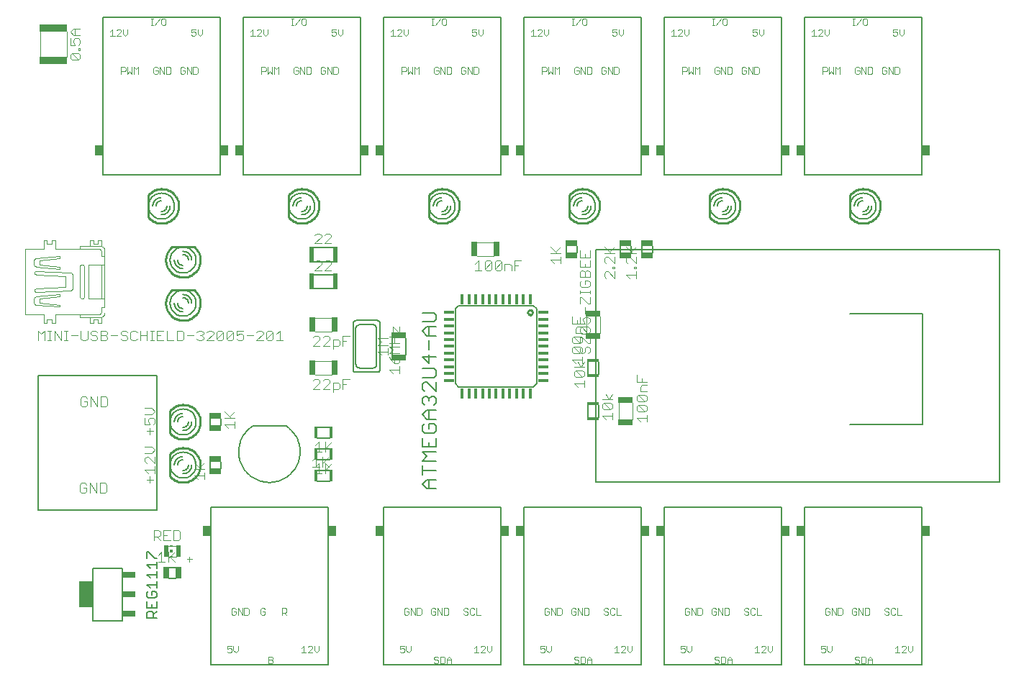
<source format=gto>
G75*
%MOIN*%
%OFA0B0*%
%FSLAX24Y24*%
%IPPOS*%
%LPD*%
%AMOC8*
5,1,8,0,0,1.08239X$1,22.5*
%
%ADD10C,0.0080*%
%ADD11C,0.0010*%
%ADD12R,0.0364X0.0450*%
%ADD13C,0.0100*%
%ADD14C,0.0060*%
%ADD15C,0.0040*%
%ADD16C,0.0030*%
%ADD17R,0.0118X0.0059*%
%ADD18R,0.0118X0.0118*%
%ADD19R,0.0236X0.0531*%
%ADD20R,0.0256X0.0551*%
%ADD21C,0.0050*%
%ADD22R,0.0551X0.0256*%
%ADD23R,0.1299X0.0374*%
%ADD24R,0.0669X0.0295*%
%ADD25R,0.0157X0.0453*%
%ADD26R,0.0157X0.0453*%
%ADD27R,0.0158X0.0453*%
%ADD28R,0.0453X0.0157*%
%ADD29R,0.0453X0.0157*%
%ADD30R,0.0453X0.0158*%
%ADD31R,0.0295X0.0669*%
%ADD32R,0.0690X0.0290*%
%ADD33R,0.0560X0.0140*%
%ADD34R,0.0230X0.0720*%
%ADD35R,0.0600X0.1200*%
%ADD36R,0.0600X0.0300*%
%ADD37R,0.0140X0.0560*%
D10*
X011393Y003841D02*
X011393Y011164D01*
X016807Y011164D01*
X016807Y003841D01*
X011393Y003841D01*
X019393Y003841D02*
X019393Y011164D01*
X024807Y011164D01*
X024807Y003841D01*
X019393Y003841D01*
X025893Y003841D02*
X025893Y011164D01*
X031307Y011164D01*
X031307Y003841D01*
X025893Y003841D01*
X032393Y003841D02*
X032393Y011164D01*
X037807Y011164D01*
X037807Y003841D01*
X032393Y003841D01*
X038893Y003841D02*
X038893Y011164D01*
X044307Y011164D01*
X044307Y003841D01*
X038893Y003841D01*
X026332Y016710D02*
X022868Y016710D01*
X022710Y016868D01*
X022710Y020332D01*
X022868Y020490D01*
X026332Y020490D01*
X026490Y020332D01*
X026490Y016868D01*
X026332Y016710D01*
X025893Y026536D02*
X025893Y033859D01*
X031307Y033859D01*
X031307Y026536D01*
X025893Y026536D01*
X024807Y026536D02*
X024807Y033859D01*
X019393Y033859D01*
X019393Y026536D01*
X024807Y026536D01*
X018307Y026536D02*
X018307Y033859D01*
X012893Y033859D01*
X012893Y026536D01*
X018307Y026536D01*
X011807Y026536D02*
X011807Y033859D01*
X006393Y033859D01*
X006393Y026536D01*
X011807Y026536D01*
X032393Y026536D02*
X032393Y033859D01*
X037807Y033859D01*
X037807Y026536D01*
X032393Y026536D01*
X038893Y026536D02*
X038893Y033859D01*
X044307Y033859D01*
X044307Y026536D01*
X038893Y026536D01*
D11*
X039730Y031230D02*
X039730Y031540D01*
X039885Y031540D01*
X039937Y031489D01*
X039937Y031385D01*
X039885Y031333D01*
X039730Y031333D01*
X040025Y031230D02*
X040025Y031540D01*
X040231Y031540D02*
X040231Y031230D01*
X040128Y031333D01*
X040025Y031230D01*
X040319Y031230D02*
X040319Y031540D01*
X040423Y031437D01*
X040526Y031540D01*
X040526Y031230D01*
X041230Y031282D02*
X041230Y031489D01*
X041282Y031540D01*
X041385Y031540D01*
X041437Y031489D01*
X041525Y031540D02*
X041731Y031230D01*
X041731Y031540D01*
X041819Y031540D02*
X041819Y031230D01*
X041974Y031230D01*
X042026Y031282D01*
X042026Y031489D01*
X041974Y031540D01*
X041819Y031540D01*
X041525Y031540D02*
X041525Y031230D01*
X041437Y031282D02*
X041437Y031385D01*
X041333Y031385D01*
X041230Y031282D02*
X041282Y031230D01*
X041385Y031230D01*
X041437Y031282D01*
X042480Y031282D02*
X042532Y031230D01*
X042635Y031230D01*
X042687Y031282D01*
X042687Y031385D01*
X042583Y031385D01*
X042480Y031282D02*
X042480Y031489D01*
X042532Y031540D01*
X042635Y031540D01*
X042687Y031489D01*
X042775Y031540D02*
X042981Y031230D01*
X042981Y031540D01*
X043069Y031540D02*
X043224Y031540D01*
X043276Y031489D01*
X043276Y031282D01*
X043224Y031230D01*
X043069Y031230D01*
X043069Y031540D01*
X042775Y031540D02*
X042775Y031230D01*
X043032Y032980D02*
X042980Y033032D01*
X043032Y032980D02*
X043135Y032980D01*
X043187Y033032D01*
X043187Y033135D01*
X043135Y033187D01*
X043083Y033187D01*
X042980Y033135D01*
X042980Y033290D01*
X043187Y033290D01*
X043275Y033290D02*
X043275Y033083D01*
X043378Y032980D01*
X043481Y033083D01*
X043481Y033290D01*
X041803Y033532D02*
X041803Y033739D01*
X041751Y033790D01*
X041648Y033790D01*
X041596Y033739D01*
X041596Y033532D01*
X041648Y033480D01*
X041751Y033480D01*
X041803Y033532D01*
X041508Y033790D02*
X041301Y033480D01*
X041208Y033480D02*
X041105Y033480D01*
X041157Y033480D02*
X041157Y033790D01*
X041208Y033790D02*
X041105Y033790D01*
X040026Y033290D02*
X040026Y033083D01*
X039923Y032980D01*
X039819Y033083D01*
X039819Y033290D01*
X039731Y033239D02*
X039731Y033187D01*
X039525Y032980D01*
X039731Y032980D01*
X039731Y033239D02*
X039680Y033290D01*
X039576Y033290D01*
X039525Y033239D01*
X039333Y033290D02*
X039333Y032980D01*
X039230Y032980D02*
X039437Y032980D01*
X039230Y033187D02*
X039333Y033290D01*
X036981Y033290D02*
X036981Y033083D01*
X036878Y032980D01*
X036775Y033083D01*
X036775Y033290D01*
X036687Y033290D02*
X036480Y033290D01*
X036480Y033135D01*
X036583Y033187D01*
X036635Y033187D01*
X036687Y033135D01*
X036687Y033032D01*
X036635Y032980D01*
X036532Y032980D01*
X036480Y033032D01*
X035303Y033532D02*
X035303Y033739D01*
X035251Y033790D01*
X035148Y033790D01*
X035096Y033739D01*
X035096Y033532D01*
X035148Y033480D01*
X035251Y033480D01*
X035303Y033532D01*
X035008Y033790D02*
X034801Y033480D01*
X034708Y033480D02*
X034605Y033480D01*
X034657Y033480D02*
X034657Y033790D01*
X034708Y033790D02*
X034605Y033790D01*
X033526Y033290D02*
X033526Y033083D01*
X033423Y032980D01*
X033319Y033083D01*
X033319Y033290D01*
X033231Y033239D02*
X033231Y033187D01*
X033025Y032980D01*
X033231Y032980D01*
X033231Y033239D02*
X033180Y033290D01*
X033076Y033290D01*
X033025Y033239D01*
X032833Y033290D02*
X032833Y032980D01*
X032730Y032980D02*
X032937Y032980D01*
X032730Y033187D02*
X032833Y033290D01*
X033230Y031540D02*
X033385Y031540D01*
X033437Y031489D01*
X033437Y031385D01*
X033385Y031333D01*
X033230Y031333D01*
X033230Y031230D02*
X033230Y031540D01*
X033525Y031540D02*
X033525Y031230D01*
X033628Y031333D01*
X033731Y031230D01*
X033731Y031540D01*
X033819Y031540D02*
X033819Y031230D01*
X034026Y031230D02*
X034026Y031540D01*
X033923Y031437D01*
X033819Y031540D01*
X034730Y031489D02*
X034730Y031282D01*
X034782Y031230D01*
X034885Y031230D01*
X034937Y031282D01*
X034937Y031385D01*
X034833Y031385D01*
X034730Y031489D02*
X034782Y031540D01*
X034885Y031540D01*
X034937Y031489D01*
X035025Y031540D02*
X035231Y031230D01*
X035231Y031540D01*
X035319Y031540D02*
X035319Y031230D01*
X035474Y031230D01*
X035526Y031282D01*
X035526Y031489D01*
X035474Y031540D01*
X035319Y031540D01*
X035025Y031540D02*
X035025Y031230D01*
X035980Y031282D02*
X036032Y031230D01*
X036135Y031230D01*
X036187Y031282D01*
X036187Y031385D01*
X036083Y031385D01*
X035980Y031282D02*
X035980Y031489D01*
X036032Y031540D01*
X036135Y031540D01*
X036187Y031489D01*
X036275Y031540D02*
X036481Y031230D01*
X036481Y031540D01*
X036569Y031540D02*
X036724Y031540D01*
X036776Y031489D01*
X036776Y031282D01*
X036724Y031230D01*
X036569Y031230D01*
X036569Y031540D01*
X036275Y031540D02*
X036275Y031230D01*
X030481Y033083D02*
X030481Y033290D01*
X030275Y033290D02*
X030275Y033083D01*
X030378Y032980D01*
X030481Y033083D01*
X030187Y033032D02*
X030135Y032980D01*
X030032Y032980D01*
X029980Y033032D01*
X029980Y033135D02*
X030083Y033187D01*
X030135Y033187D01*
X030187Y033135D01*
X030187Y033032D01*
X029980Y033135D02*
X029980Y033290D01*
X030187Y033290D01*
X028803Y033532D02*
X028803Y033739D01*
X028751Y033790D01*
X028648Y033790D01*
X028596Y033739D01*
X028596Y033532D01*
X028648Y033480D01*
X028751Y033480D01*
X028803Y033532D01*
X028508Y033790D02*
X028301Y033480D01*
X028208Y033480D02*
X028105Y033480D01*
X028157Y033480D02*
X028157Y033790D01*
X028208Y033790D02*
X028105Y033790D01*
X027026Y033290D02*
X027026Y033083D01*
X026923Y032980D01*
X026819Y033083D01*
X026819Y033290D01*
X026731Y033239D02*
X026680Y033290D01*
X026576Y033290D01*
X026525Y033239D01*
X026333Y033290D02*
X026333Y032980D01*
X026230Y032980D02*
X026437Y032980D01*
X026525Y032980D02*
X026731Y033187D01*
X026731Y033239D01*
X026731Y032980D02*
X026525Y032980D01*
X026230Y033187D02*
X026333Y033290D01*
X023981Y033290D02*
X023981Y033083D01*
X023878Y032980D01*
X023775Y033083D01*
X023775Y033290D01*
X023687Y033290D02*
X023480Y033290D01*
X023480Y033135D01*
X023583Y033187D01*
X023635Y033187D01*
X023687Y033135D01*
X023687Y033032D01*
X023635Y032980D01*
X023532Y032980D01*
X023480Y033032D01*
X022303Y033532D02*
X022303Y033739D01*
X022251Y033790D01*
X022148Y033790D01*
X022096Y033739D01*
X022096Y033532D01*
X022148Y033480D01*
X022251Y033480D01*
X022303Y033532D01*
X022008Y033790D02*
X021801Y033480D01*
X021708Y033480D02*
X021605Y033480D01*
X021657Y033480D02*
X021657Y033790D01*
X021708Y033790D02*
X021605Y033790D01*
X020526Y033290D02*
X020526Y033083D01*
X020423Y032980D01*
X020319Y033083D01*
X020319Y033290D01*
X020231Y033239D02*
X020180Y033290D01*
X020076Y033290D01*
X020025Y033239D01*
X019833Y033290D02*
X019833Y032980D01*
X019730Y032980D02*
X019937Y032980D01*
X020025Y032980D02*
X020231Y033187D01*
X020231Y033239D01*
X020231Y032980D02*
X020025Y032980D01*
X019730Y033187D02*
X019833Y033290D01*
X017481Y033290D02*
X017481Y033083D01*
X017378Y032980D01*
X017275Y033083D01*
X017275Y033290D01*
X017187Y033290D02*
X016980Y033290D01*
X016980Y033135D01*
X017083Y033187D01*
X017135Y033187D01*
X017187Y033135D01*
X017187Y033032D01*
X017135Y032980D01*
X017032Y032980D01*
X016980Y033032D01*
X015803Y033532D02*
X015803Y033739D01*
X015751Y033790D01*
X015648Y033790D01*
X015596Y033739D01*
X015596Y033532D01*
X015648Y033480D01*
X015751Y033480D01*
X015803Y033532D01*
X015508Y033790D02*
X015301Y033480D01*
X015208Y033480D02*
X015105Y033480D01*
X015157Y033480D02*
X015157Y033790D01*
X015208Y033790D02*
X015105Y033790D01*
X014026Y033290D02*
X014026Y033083D01*
X013923Y032980D01*
X013819Y033083D01*
X013819Y033290D01*
X013731Y033239D02*
X013680Y033290D01*
X013576Y033290D01*
X013525Y033239D01*
X013333Y033290D02*
X013333Y032980D01*
X013230Y032980D02*
X013437Y032980D01*
X013525Y032980D02*
X013731Y033187D01*
X013731Y033239D01*
X013731Y032980D02*
X013525Y032980D01*
X013230Y033187D02*
X013333Y033290D01*
X010981Y033290D02*
X010981Y033083D01*
X010878Y032980D01*
X010775Y033083D01*
X010775Y033290D01*
X010687Y033290D02*
X010480Y033290D01*
X010480Y033135D01*
X010583Y033187D01*
X010635Y033187D01*
X010687Y033135D01*
X010687Y033032D01*
X010635Y032980D01*
X010532Y032980D01*
X010480Y033032D01*
X009303Y033532D02*
X009303Y033739D01*
X009251Y033790D01*
X009148Y033790D01*
X009096Y033739D01*
X009096Y033532D01*
X009148Y033480D01*
X009251Y033480D01*
X009303Y033532D01*
X009008Y033790D02*
X008801Y033480D01*
X008708Y033480D02*
X008605Y033480D01*
X008657Y033480D02*
X008657Y033790D01*
X008708Y033790D02*
X008605Y033790D01*
X007526Y033290D02*
X007526Y033083D01*
X007423Y032980D01*
X007319Y033083D01*
X007319Y033290D01*
X007231Y033239D02*
X007180Y033290D01*
X007076Y033290D01*
X007025Y033239D01*
X006833Y033290D02*
X006833Y032980D01*
X006730Y032980D02*
X006937Y032980D01*
X007025Y032980D02*
X007231Y033187D01*
X007231Y033239D01*
X007231Y032980D02*
X007025Y032980D01*
X006730Y033187D02*
X006833Y033290D01*
X007230Y031540D02*
X007385Y031540D01*
X007437Y031489D01*
X007437Y031385D01*
X007385Y031333D01*
X007230Y031333D01*
X007230Y031230D02*
X007230Y031540D01*
X007525Y031540D02*
X007525Y031230D01*
X007628Y031333D01*
X007731Y031230D01*
X007731Y031540D01*
X007819Y031540D02*
X007923Y031437D01*
X008026Y031540D01*
X008026Y031230D01*
X007819Y031230D02*
X007819Y031540D01*
X008730Y031489D02*
X008730Y031282D01*
X008782Y031230D01*
X008885Y031230D01*
X008937Y031282D01*
X008937Y031385D01*
X008833Y031385D01*
X008730Y031489D02*
X008782Y031540D01*
X008885Y031540D01*
X008937Y031489D01*
X009025Y031540D02*
X009231Y031230D01*
X009231Y031540D01*
X009319Y031540D02*
X009474Y031540D01*
X009526Y031489D01*
X009526Y031282D01*
X009474Y031230D01*
X009319Y031230D01*
X009319Y031540D01*
X009025Y031540D02*
X009025Y031230D01*
X009980Y031282D02*
X010032Y031230D01*
X010135Y031230D01*
X010187Y031282D01*
X010187Y031385D01*
X010083Y031385D01*
X009980Y031282D02*
X009980Y031489D01*
X010032Y031540D01*
X010135Y031540D01*
X010187Y031489D01*
X010275Y031540D02*
X010481Y031230D01*
X010481Y031540D01*
X010569Y031540D02*
X010724Y031540D01*
X010776Y031489D01*
X010776Y031282D01*
X010724Y031230D01*
X010569Y031230D01*
X010569Y031540D01*
X010275Y031540D02*
X010275Y031230D01*
X013730Y031230D02*
X013730Y031540D01*
X013885Y031540D01*
X013937Y031489D01*
X013937Y031385D01*
X013885Y031333D01*
X013730Y031333D01*
X014025Y031230D02*
X014025Y031540D01*
X014231Y031540D02*
X014231Y031230D01*
X014128Y031333D01*
X014025Y031230D01*
X014319Y031230D02*
X014319Y031540D01*
X014423Y031437D01*
X014526Y031540D01*
X014526Y031230D01*
X015230Y031282D02*
X015230Y031489D01*
X015282Y031540D01*
X015385Y031540D01*
X015437Y031489D01*
X015525Y031540D02*
X015731Y031230D01*
X015731Y031540D01*
X015819Y031540D02*
X015974Y031540D01*
X016026Y031489D01*
X016026Y031282D01*
X015974Y031230D01*
X015819Y031230D01*
X015819Y031540D01*
X015525Y031540D02*
X015525Y031230D01*
X015437Y031282D02*
X015437Y031385D01*
X015333Y031385D01*
X015230Y031282D02*
X015282Y031230D01*
X015385Y031230D01*
X015437Y031282D01*
X016480Y031282D02*
X016532Y031230D01*
X016635Y031230D01*
X016687Y031282D01*
X016687Y031385D01*
X016583Y031385D01*
X016480Y031282D02*
X016480Y031489D01*
X016532Y031540D01*
X016635Y031540D01*
X016687Y031489D01*
X016775Y031540D02*
X016981Y031230D01*
X016981Y031540D01*
X017069Y031540D02*
X017224Y031540D01*
X017276Y031489D01*
X017276Y031282D01*
X017224Y031230D01*
X017069Y031230D01*
X017069Y031540D01*
X016775Y031540D02*
X016775Y031230D01*
X020230Y031230D02*
X020230Y031540D01*
X020385Y031540D01*
X020437Y031489D01*
X020437Y031385D01*
X020385Y031333D01*
X020230Y031333D01*
X020525Y031230D02*
X020525Y031540D01*
X020731Y031540D02*
X020731Y031230D01*
X020628Y031333D01*
X020525Y031230D01*
X020819Y031230D02*
X020819Y031540D01*
X020923Y031437D01*
X021026Y031540D01*
X021026Y031230D01*
X021730Y031282D02*
X021730Y031489D01*
X021782Y031540D01*
X021885Y031540D01*
X021937Y031489D01*
X022025Y031540D02*
X022231Y031230D01*
X022231Y031540D01*
X022319Y031540D02*
X022474Y031540D01*
X022526Y031489D01*
X022526Y031282D01*
X022474Y031230D01*
X022319Y031230D01*
X022319Y031540D01*
X022025Y031540D02*
X022025Y031230D01*
X021937Y031282D02*
X021937Y031385D01*
X021833Y031385D01*
X021730Y031282D02*
X021782Y031230D01*
X021885Y031230D01*
X021937Y031282D01*
X022980Y031282D02*
X023032Y031230D01*
X023135Y031230D01*
X023187Y031282D01*
X023187Y031385D01*
X023083Y031385D01*
X022980Y031282D02*
X022980Y031489D01*
X023032Y031540D01*
X023135Y031540D01*
X023187Y031489D01*
X023275Y031540D02*
X023481Y031230D01*
X023481Y031540D01*
X023569Y031540D02*
X023724Y031540D01*
X023776Y031489D01*
X023776Y031282D01*
X023724Y031230D01*
X023569Y031230D01*
X023569Y031540D01*
X023275Y031540D02*
X023275Y031230D01*
X026730Y031230D02*
X026730Y031540D01*
X026885Y031540D01*
X026937Y031489D01*
X026937Y031385D01*
X026885Y031333D01*
X026730Y031333D01*
X027025Y031230D02*
X027025Y031540D01*
X027231Y031540D02*
X027231Y031230D01*
X027128Y031333D01*
X027025Y031230D01*
X027319Y031230D02*
X027319Y031540D01*
X027423Y031437D01*
X027526Y031540D01*
X027526Y031230D01*
X028230Y031282D02*
X028230Y031489D01*
X028282Y031540D01*
X028385Y031540D01*
X028437Y031489D01*
X028525Y031540D02*
X028731Y031230D01*
X028731Y031540D01*
X028819Y031540D02*
X028974Y031540D01*
X029026Y031489D01*
X029026Y031282D01*
X028974Y031230D01*
X028819Y031230D01*
X028819Y031540D01*
X028525Y031540D02*
X028525Y031230D01*
X028437Y031282D02*
X028437Y031385D01*
X028333Y031385D01*
X028230Y031282D02*
X028282Y031230D01*
X028385Y031230D01*
X028437Y031282D01*
X029480Y031282D02*
X029532Y031230D01*
X029635Y031230D01*
X029687Y031282D01*
X029687Y031385D01*
X029583Y031385D01*
X029480Y031282D02*
X029480Y031489D01*
X029532Y031540D01*
X029635Y031540D01*
X029687Y031489D01*
X029775Y031540D02*
X029981Y031230D01*
X029981Y031540D01*
X030069Y031540D02*
X030224Y031540D01*
X030276Y031489D01*
X030276Y031282D01*
X030224Y031230D01*
X030069Y031230D01*
X030069Y031540D01*
X029775Y031540D02*
X029775Y031230D01*
X029751Y006470D02*
X029648Y006470D01*
X029596Y006419D01*
X029596Y006367D01*
X029648Y006315D01*
X029751Y006315D01*
X029803Y006263D01*
X029803Y006212D01*
X029751Y006160D01*
X029648Y006160D01*
X029596Y006212D01*
X029803Y006419D02*
X029751Y006470D01*
X029891Y006419D02*
X029891Y006212D01*
X029942Y006160D01*
X030046Y006160D01*
X030098Y006212D01*
X030185Y006160D02*
X030392Y006160D01*
X030185Y006160D02*
X030185Y006470D01*
X030098Y006419D02*
X030046Y006470D01*
X029942Y006470D01*
X029891Y006419D01*
X028892Y006419D02*
X028840Y006470D01*
X028685Y006470D01*
X028685Y006160D01*
X028840Y006160D01*
X028892Y006212D01*
X028892Y006419D01*
X028598Y006470D02*
X028598Y006160D01*
X028391Y006470D01*
X028391Y006160D01*
X028303Y006212D02*
X028303Y006315D01*
X028199Y006315D01*
X028096Y006212D02*
X028148Y006160D01*
X028251Y006160D01*
X028303Y006212D01*
X028303Y006419D02*
X028251Y006470D01*
X028148Y006470D01*
X028096Y006419D01*
X028096Y006212D01*
X027642Y006212D02*
X027642Y006419D01*
X027590Y006470D01*
X027435Y006470D01*
X027435Y006160D01*
X027590Y006160D01*
X027642Y006212D01*
X027348Y006160D02*
X027348Y006470D01*
X027141Y006470D02*
X027141Y006160D01*
X027053Y006212D02*
X027053Y006315D01*
X026949Y006315D01*
X026846Y006212D02*
X026898Y006160D01*
X027001Y006160D01*
X027053Y006212D01*
X027053Y006419D02*
X027001Y006470D01*
X026898Y006470D01*
X026846Y006419D01*
X026846Y006212D01*
X027141Y006470D02*
X027348Y006160D01*
X027142Y004720D02*
X027142Y004513D01*
X027039Y004410D01*
X026935Y004513D01*
X026935Y004720D01*
X026848Y004720D02*
X026641Y004720D01*
X026641Y004565D01*
X026744Y004617D01*
X026796Y004617D01*
X026848Y004565D01*
X026848Y004462D01*
X026796Y004410D01*
X026692Y004410D01*
X026641Y004462D01*
X028221Y004169D02*
X028221Y004117D01*
X028273Y004065D01*
X028376Y004065D01*
X028428Y004013D01*
X028428Y003962D01*
X028376Y003910D01*
X028273Y003910D01*
X028221Y003962D01*
X028221Y004169D02*
X028273Y004220D01*
X028376Y004220D01*
X028428Y004169D01*
X028516Y004220D02*
X028671Y004220D01*
X028723Y004169D01*
X028723Y003962D01*
X028671Y003910D01*
X028516Y003910D01*
X028516Y004220D01*
X028810Y004117D02*
X028914Y004220D01*
X029017Y004117D01*
X029017Y003910D01*
X029017Y004065D02*
X028810Y004065D01*
X028810Y004117D02*
X028810Y003910D01*
X030096Y004410D02*
X030303Y004410D01*
X030391Y004410D02*
X030598Y004617D01*
X030598Y004669D01*
X030546Y004720D01*
X030442Y004720D01*
X030391Y004669D01*
X030199Y004720D02*
X030199Y004410D01*
X030391Y004410D02*
X030598Y004410D01*
X030685Y004513D02*
X030789Y004410D01*
X030892Y004513D01*
X030892Y004720D01*
X030685Y004720D02*
X030685Y004513D01*
X030199Y004720D02*
X030096Y004617D01*
X033141Y004565D02*
X033244Y004617D01*
X033296Y004617D01*
X033348Y004565D01*
X033348Y004462D01*
X033296Y004410D01*
X033192Y004410D01*
X033141Y004462D01*
X033141Y004565D02*
X033141Y004720D01*
X033348Y004720D01*
X033435Y004720D02*
X033435Y004513D01*
X033539Y004410D01*
X033642Y004513D01*
X033642Y004720D01*
X034721Y004169D02*
X034721Y004117D01*
X034773Y004065D01*
X034876Y004065D01*
X034928Y004013D01*
X034928Y003962D01*
X034876Y003910D01*
X034773Y003910D01*
X034721Y003962D01*
X034721Y004169D02*
X034773Y004220D01*
X034876Y004220D01*
X034928Y004169D01*
X035016Y004220D02*
X035171Y004220D01*
X035223Y004169D01*
X035223Y003962D01*
X035171Y003910D01*
X035016Y003910D01*
X035016Y004220D01*
X035310Y004117D02*
X035310Y003910D01*
X035310Y004065D02*
X035517Y004065D01*
X035517Y004117D02*
X035517Y003910D01*
X035517Y004117D02*
X035414Y004220D01*
X035310Y004117D01*
X036596Y004410D02*
X036803Y004410D01*
X036891Y004410D02*
X037098Y004617D01*
X037098Y004669D01*
X037046Y004720D01*
X036942Y004720D01*
X036891Y004669D01*
X036699Y004720D02*
X036699Y004410D01*
X036891Y004410D02*
X037098Y004410D01*
X037185Y004513D02*
X037289Y004410D01*
X037392Y004513D01*
X037392Y004720D01*
X037185Y004720D02*
X037185Y004513D01*
X036699Y004720D02*
X036596Y004617D01*
X036546Y006160D02*
X036598Y006212D01*
X036546Y006160D02*
X036442Y006160D01*
X036391Y006212D01*
X036391Y006419D01*
X036442Y006470D01*
X036546Y006470D01*
X036598Y006419D01*
X036685Y006470D02*
X036685Y006160D01*
X036892Y006160D01*
X036303Y006212D02*
X036251Y006160D01*
X036148Y006160D01*
X036096Y006212D01*
X036148Y006315D02*
X036251Y006315D01*
X036303Y006263D01*
X036303Y006212D01*
X036148Y006315D02*
X036096Y006367D01*
X036096Y006419D01*
X036148Y006470D01*
X036251Y006470D01*
X036303Y006419D01*
X035392Y006419D02*
X035340Y006470D01*
X035185Y006470D01*
X035185Y006160D01*
X035340Y006160D01*
X035392Y006212D01*
X035392Y006419D01*
X035098Y006470D02*
X035098Y006160D01*
X034891Y006470D01*
X034891Y006160D01*
X034803Y006212D02*
X034803Y006315D01*
X034699Y006315D01*
X034596Y006212D02*
X034648Y006160D01*
X034751Y006160D01*
X034803Y006212D01*
X034803Y006419D02*
X034751Y006470D01*
X034648Y006470D01*
X034596Y006419D01*
X034596Y006212D01*
X034142Y006212D02*
X034142Y006419D01*
X034090Y006470D01*
X033935Y006470D01*
X033935Y006160D01*
X034090Y006160D01*
X034142Y006212D01*
X033848Y006160D02*
X033848Y006470D01*
X033641Y006470D02*
X033641Y006160D01*
X033553Y006212D02*
X033553Y006315D01*
X033449Y006315D01*
X033346Y006212D02*
X033398Y006160D01*
X033501Y006160D01*
X033553Y006212D01*
X033553Y006419D02*
X033501Y006470D01*
X033398Y006470D01*
X033346Y006419D01*
X033346Y006212D01*
X033641Y006470D02*
X033848Y006160D01*
X039641Y004720D02*
X039641Y004565D01*
X039744Y004617D01*
X039796Y004617D01*
X039848Y004565D01*
X039848Y004462D01*
X039796Y004410D01*
X039692Y004410D01*
X039641Y004462D01*
X039641Y004720D02*
X039848Y004720D01*
X039935Y004720D02*
X039935Y004513D01*
X040039Y004410D01*
X040142Y004513D01*
X040142Y004720D01*
X041221Y004169D02*
X041221Y004117D01*
X041273Y004065D01*
X041376Y004065D01*
X041428Y004013D01*
X041428Y003962D01*
X041376Y003910D01*
X041273Y003910D01*
X041221Y003962D01*
X041221Y004169D02*
X041273Y004220D01*
X041376Y004220D01*
X041428Y004169D01*
X041516Y004220D02*
X041671Y004220D01*
X041723Y004169D01*
X041723Y003962D01*
X041671Y003910D01*
X041516Y003910D01*
X041516Y004220D01*
X041810Y004117D02*
X041810Y003910D01*
X041810Y004065D02*
X042017Y004065D01*
X042017Y004117D02*
X042017Y003910D01*
X042017Y004117D02*
X041914Y004220D01*
X041810Y004117D01*
X043096Y004410D02*
X043303Y004410D01*
X043391Y004410D02*
X043598Y004617D01*
X043598Y004669D01*
X043546Y004720D01*
X043442Y004720D01*
X043391Y004669D01*
X043199Y004720D02*
X043199Y004410D01*
X043391Y004410D02*
X043598Y004410D01*
X043685Y004513D02*
X043789Y004410D01*
X043892Y004513D01*
X043892Y004720D01*
X043685Y004720D02*
X043685Y004513D01*
X043199Y004720D02*
X043096Y004617D01*
X043046Y006160D02*
X043098Y006212D01*
X043046Y006160D02*
X042942Y006160D01*
X042891Y006212D01*
X042891Y006419D01*
X042942Y006470D01*
X043046Y006470D01*
X043098Y006419D01*
X043185Y006470D02*
X043185Y006160D01*
X043392Y006160D01*
X042803Y006212D02*
X042751Y006160D01*
X042648Y006160D01*
X042596Y006212D01*
X042648Y006315D02*
X042751Y006315D01*
X042803Y006263D01*
X042803Y006212D01*
X042648Y006315D02*
X042596Y006367D01*
X042596Y006419D01*
X042648Y006470D01*
X042751Y006470D01*
X042803Y006419D01*
X041892Y006419D02*
X041840Y006470D01*
X041685Y006470D01*
X041685Y006160D01*
X041840Y006160D01*
X041892Y006212D01*
X041892Y006419D01*
X041598Y006470D02*
X041598Y006160D01*
X041391Y006470D01*
X041391Y006160D01*
X041303Y006212D02*
X041303Y006315D01*
X041199Y006315D01*
X041096Y006212D02*
X041148Y006160D01*
X041251Y006160D01*
X041303Y006212D01*
X041303Y006419D02*
X041251Y006470D01*
X041148Y006470D01*
X041096Y006419D01*
X041096Y006212D01*
X040642Y006212D02*
X040642Y006419D01*
X040590Y006470D01*
X040435Y006470D01*
X040435Y006160D01*
X040590Y006160D01*
X040642Y006212D01*
X040348Y006160D02*
X040348Y006470D01*
X040141Y006470D02*
X040141Y006160D01*
X040053Y006212D02*
X040053Y006315D01*
X039949Y006315D01*
X039846Y006212D02*
X039898Y006160D01*
X040001Y006160D01*
X040053Y006212D01*
X040053Y006419D02*
X040001Y006470D01*
X039898Y006470D01*
X039846Y006419D01*
X039846Y006212D01*
X040141Y006470D02*
X040348Y006160D01*
X024392Y004720D02*
X024392Y004513D01*
X024289Y004410D01*
X024185Y004513D01*
X024185Y004720D01*
X024098Y004669D02*
X024046Y004720D01*
X023942Y004720D01*
X023891Y004669D01*
X023699Y004720D02*
X023699Y004410D01*
X023596Y004410D02*
X023803Y004410D01*
X023891Y004410D02*
X024098Y004617D01*
X024098Y004669D01*
X024098Y004410D02*
X023891Y004410D01*
X023596Y004617D02*
X023699Y004720D01*
X022517Y004117D02*
X022517Y003910D01*
X022517Y004065D02*
X022310Y004065D01*
X022310Y004117D02*
X022414Y004220D01*
X022517Y004117D01*
X022310Y004117D02*
X022310Y003910D01*
X022223Y003962D02*
X022171Y003910D01*
X022016Y003910D01*
X022016Y004220D01*
X022171Y004220D01*
X022223Y004169D01*
X022223Y003962D01*
X021928Y003962D02*
X021876Y003910D01*
X021773Y003910D01*
X021721Y003962D01*
X021773Y004065D02*
X021876Y004065D01*
X021928Y004013D01*
X021928Y003962D01*
X021773Y004065D02*
X021721Y004117D01*
X021721Y004169D01*
X021773Y004220D01*
X021876Y004220D01*
X021928Y004169D01*
X020642Y004513D02*
X020642Y004720D01*
X020642Y004513D02*
X020539Y004410D01*
X020435Y004513D01*
X020435Y004720D01*
X020348Y004720D02*
X020141Y004720D01*
X020141Y004565D01*
X020244Y004617D01*
X020296Y004617D01*
X020348Y004565D01*
X020348Y004462D01*
X020296Y004410D01*
X020192Y004410D01*
X020141Y004462D01*
X020398Y006160D02*
X020346Y006212D01*
X020346Y006419D01*
X020398Y006470D01*
X020501Y006470D01*
X020553Y006419D01*
X020641Y006470D02*
X020848Y006160D01*
X020848Y006470D01*
X020935Y006470D02*
X020935Y006160D01*
X021090Y006160D01*
X021142Y006212D01*
X021142Y006419D01*
X021090Y006470D01*
X020935Y006470D01*
X020641Y006470D02*
X020641Y006160D01*
X020553Y006212D02*
X020553Y006315D01*
X020449Y006315D01*
X020553Y006212D02*
X020501Y006160D01*
X020398Y006160D01*
X021596Y006212D02*
X021648Y006160D01*
X021751Y006160D01*
X021803Y006212D01*
X021803Y006315D01*
X021699Y006315D01*
X021596Y006212D02*
X021596Y006419D01*
X021648Y006470D01*
X021751Y006470D01*
X021803Y006419D01*
X021891Y006470D02*
X022098Y006160D01*
X022098Y006470D01*
X022185Y006470D02*
X022340Y006470D01*
X022392Y006419D01*
X022392Y006212D01*
X022340Y006160D01*
X022185Y006160D01*
X022185Y006470D01*
X021891Y006470D02*
X021891Y006160D01*
X023096Y006212D02*
X023148Y006160D01*
X023251Y006160D01*
X023303Y006212D01*
X023303Y006263D01*
X023251Y006315D01*
X023148Y006315D01*
X023096Y006367D01*
X023096Y006419D01*
X023148Y006470D01*
X023251Y006470D01*
X023303Y006419D01*
X023391Y006419D02*
X023442Y006470D01*
X023546Y006470D01*
X023598Y006419D01*
X023685Y006470D02*
X023685Y006160D01*
X023892Y006160D01*
X023598Y006212D02*
X023546Y006160D01*
X023442Y006160D01*
X023391Y006212D01*
X023391Y006419D01*
X016392Y004720D02*
X016392Y004513D01*
X016289Y004410D01*
X016185Y004513D01*
X016185Y004720D01*
X016098Y004669D02*
X016046Y004720D01*
X015942Y004720D01*
X015891Y004669D01*
X015699Y004720D02*
X015699Y004410D01*
X015596Y004410D02*
X015803Y004410D01*
X015891Y004410D02*
X016098Y004617D01*
X016098Y004669D01*
X016098Y004410D02*
X015891Y004410D01*
X015596Y004617D02*
X015699Y004720D01*
X014267Y004169D02*
X014267Y004117D01*
X014215Y004065D01*
X014060Y004065D01*
X014060Y003910D02*
X014060Y004220D01*
X014215Y004220D01*
X014267Y004169D01*
X014215Y004065D02*
X014267Y004013D01*
X014267Y003962D01*
X014215Y003910D01*
X014060Y003910D01*
X012642Y004513D02*
X012642Y004720D01*
X012642Y004513D02*
X012539Y004410D01*
X012435Y004513D01*
X012435Y004720D01*
X012348Y004720D02*
X012141Y004720D01*
X012141Y004565D01*
X012244Y004617D01*
X012296Y004617D01*
X012348Y004565D01*
X012348Y004462D01*
X012296Y004410D01*
X012192Y004410D01*
X012141Y004462D01*
X012398Y006160D02*
X012501Y006160D01*
X012553Y006212D01*
X012553Y006315D01*
X012449Y006315D01*
X012346Y006212D02*
X012398Y006160D01*
X012346Y006212D02*
X012346Y006419D01*
X012398Y006470D01*
X012501Y006470D01*
X012553Y006419D01*
X012641Y006470D02*
X012848Y006160D01*
X012848Y006470D01*
X012935Y006470D02*
X012935Y006160D01*
X013090Y006160D01*
X013142Y006212D01*
X013142Y006419D01*
X013090Y006470D01*
X012935Y006470D01*
X012641Y006470D02*
X012641Y006160D01*
X013685Y006212D02*
X013737Y006160D01*
X013840Y006160D01*
X013892Y006212D01*
X013892Y006315D01*
X013789Y006315D01*
X013892Y006419D02*
X013840Y006470D01*
X013737Y006470D01*
X013685Y006419D01*
X013685Y006212D01*
X014685Y006263D02*
X014840Y006263D01*
X014892Y006315D01*
X014892Y006419D01*
X014840Y006470D01*
X014685Y006470D01*
X014685Y006160D01*
X014789Y006263D02*
X014892Y006160D01*
D12*
X017018Y010034D03*
X019182Y010034D03*
X025018Y010034D03*
X025682Y010034D03*
X031518Y010034D03*
X032182Y010034D03*
X038018Y010034D03*
X038682Y010034D03*
X044518Y010034D03*
X044518Y027666D03*
X038682Y027666D03*
X038018Y027666D03*
X032182Y027666D03*
X031518Y027666D03*
X025682Y027666D03*
X025018Y027666D03*
X019182Y027666D03*
X018518Y027666D03*
X012682Y027666D03*
X012018Y027666D03*
X006182Y027666D03*
X011182Y010034D03*
D13*
X009480Y012600D02*
X009480Y013600D01*
X010781Y013519D02*
X010809Y013471D01*
X010833Y013422D01*
X010853Y013370D01*
X010870Y013318D01*
X010883Y013264D01*
X010892Y013210D01*
X010898Y013155D01*
X010900Y013100D01*
X010795Y013497D02*
X010765Y013545D01*
X010732Y013590D01*
X010696Y013633D01*
X010658Y013674D01*
X010616Y013711D01*
X010572Y013746D01*
X010526Y013777D01*
X010477Y013806D01*
X010427Y013830D01*
X010375Y013851D01*
X010321Y013869D01*
X010267Y013882D01*
X010212Y013892D01*
X010156Y013898D01*
X010100Y013900D01*
X010900Y013100D02*
X010898Y013044D01*
X010892Y012987D01*
X010882Y012932D01*
X010868Y012877D01*
X010851Y012824D01*
X010829Y012771D01*
X010804Y012721D01*
X010100Y012300D02*
X010046Y012302D01*
X009993Y012307D01*
X009939Y012316D01*
X009887Y012329D01*
X009836Y012345D01*
X009785Y012365D01*
X009736Y012387D01*
X009689Y012413D01*
X009644Y012443D01*
X009601Y012475D01*
X009560Y012510D01*
X009521Y012548D01*
X009485Y012588D01*
X010100Y012300D02*
X010154Y012302D01*
X010208Y012307D01*
X010261Y012316D01*
X010314Y012329D01*
X010365Y012345D01*
X010415Y012365D01*
X010464Y012388D01*
X010512Y012414D01*
X010557Y012443D01*
X010600Y012476D01*
X010641Y012511D01*
X010680Y012549D01*
X010716Y012589D01*
X010749Y012632D01*
X010779Y012677D01*
X010806Y012724D01*
X010100Y013900D02*
X010047Y013898D01*
X009993Y013893D01*
X009941Y013884D01*
X009889Y013872D01*
X009838Y013856D01*
X009788Y013837D01*
X009739Y013814D01*
X009692Y013788D01*
X009647Y013760D01*
X009604Y013728D01*
X009564Y013694D01*
X009525Y013656D01*
X009489Y013617D01*
X009480Y014600D02*
X009480Y015600D01*
X010781Y015519D02*
X010809Y015471D01*
X010833Y015422D01*
X010853Y015370D01*
X010870Y015318D01*
X010883Y015264D01*
X010892Y015210D01*
X010898Y015155D01*
X010900Y015100D01*
X010795Y015497D02*
X010765Y015545D01*
X010732Y015590D01*
X010696Y015633D01*
X010658Y015674D01*
X010616Y015711D01*
X010572Y015746D01*
X010526Y015777D01*
X010477Y015806D01*
X010427Y015830D01*
X010375Y015851D01*
X010321Y015869D01*
X010267Y015882D01*
X010212Y015892D01*
X010156Y015898D01*
X010100Y015900D01*
X010900Y015100D02*
X010898Y015044D01*
X010892Y014987D01*
X010882Y014932D01*
X010868Y014877D01*
X010851Y014824D01*
X010829Y014771D01*
X010804Y014721D01*
X010100Y014300D02*
X010046Y014302D01*
X009993Y014307D01*
X009939Y014316D01*
X009887Y014329D01*
X009836Y014345D01*
X009785Y014365D01*
X009736Y014387D01*
X009689Y014413D01*
X009644Y014443D01*
X009601Y014475D01*
X009560Y014510D01*
X009521Y014548D01*
X009485Y014588D01*
X010100Y014300D02*
X010154Y014302D01*
X010208Y014307D01*
X010261Y014316D01*
X010314Y014329D01*
X010365Y014345D01*
X010415Y014365D01*
X010464Y014388D01*
X010512Y014414D01*
X010557Y014443D01*
X010600Y014476D01*
X010641Y014511D01*
X010680Y014549D01*
X010716Y014589D01*
X010749Y014632D01*
X010779Y014677D01*
X010806Y014724D01*
X010100Y015900D02*
X010047Y015898D01*
X009993Y015893D01*
X009941Y015884D01*
X009889Y015872D01*
X009838Y015856D01*
X009788Y015837D01*
X009739Y015814D01*
X009692Y015788D01*
X009647Y015760D01*
X009604Y015728D01*
X009564Y015694D01*
X009525Y015656D01*
X009489Y015617D01*
X010497Y019905D02*
X010545Y019935D01*
X010590Y019968D01*
X010633Y020004D01*
X010674Y020042D01*
X010711Y020084D01*
X010746Y020128D01*
X010777Y020174D01*
X010806Y020223D01*
X010830Y020273D01*
X010851Y020325D01*
X010869Y020379D01*
X010882Y020433D01*
X010892Y020488D01*
X010898Y020544D01*
X010900Y020600D01*
X010519Y019919D02*
X010471Y019891D01*
X010422Y019867D01*
X010370Y019847D01*
X010318Y019830D01*
X010264Y019817D01*
X010210Y019808D01*
X010155Y019802D01*
X010100Y019800D01*
X010044Y019802D01*
X009987Y019808D01*
X009932Y019818D01*
X009877Y019832D01*
X009824Y019849D01*
X009771Y019871D01*
X009721Y019896D01*
X009724Y019894D02*
X009677Y019921D01*
X009632Y019951D01*
X009589Y019984D01*
X009549Y020020D01*
X009511Y020059D01*
X009476Y020100D01*
X009443Y020143D01*
X009414Y020188D01*
X009388Y020236D01*
X009365Y020285D01*
X009345Y020335D01*
X009329Y020386D01*
X009316Y020439D01*
X009307Y020492D01*
X009302Y020546D01*
X009300Y020600D01*
X009600Y021220D02*
X010600Y021220D01*
X010617Y021211D02*
X010656Y021175D01*
X010694Y021136D01*
X010728Y021096D01*
X010760Y021053D01*
X010788Y021008D01*
X010814Y020961D01*
X010837Y020912D01*
X010856Y020862D01*
X010872Y020811D01*
X010884Y020759D01*
X010893Y020707D01*
X010898Y020653D01*
X010900Y020600D01*
X009588Y021215D02*
X009548Y021179D01*
X009510Y021140D01*
X009475Y021099D01*
X009443Y021056D01*
X009413Y021011D01*
X009387Y020964D01*
X009365Y020915D01*
X009345Y020864D01*
X009329Y020813D01*
X009316Y020761D01*
X009307Y020707D01*
X009302Y020654D01*
X009300Y020600D01*
X010497Y021905D02*
X010545Y021935D01*
X010590Y021968D01*
X010633Y022004D01*
X010674Y022042D01*
X010711Y022084D01*
X010746Y022128D01*
X010777Y022174D01*
X010806Y022223D01*
X010830Y022273D01*
X010851Y022325D01*
X010869Y022379D01*
X010882Y022433D01*
X010892Y022488D01*
X010898Y022544D01*
X010900Y022600D01*
X010519Y021919D02*
X010471Y021891D01*
X010422Y021867D01*
X010370Y021847D01*
X010318Y021830D01*
X010264Y021817D01*
X010210Y021808D01*
X010155Y021802D01*
X010100Y021800D01*
X010044Y021802D01*
X009987Y021808D01*
X009932Y021818D01*
X009877Y021832D01*
X009824Y021849D01*
X009771Y021871D01*
X009721Y021896D01*
X009724Y021894D02*
X009677Y021921D01*
X009632Y021951D01*
X009589Y021984D01*
X009549Y022020D01*
X009511Y022059D01*
X009476Y022100D01*
X009443Y022143D01*
X009414Y022188D01*
X009388Y022236D01*
X009365Y022285D01*
X009345Y022335D01*
X009329Y022386D01*
X009316Y022439D01*
X009307Y022492D01*
X009302Y022546D01*
X009300Y022600D01*
X009600Y023220D02*
X010600Y023220D01*
X010617Y023211D02*
X010656Y023175D01*
X010694Y023136D01*
X010728Y023096D01*
X010760Y023053D01*
X010788Y023008D01*
X010814Y022961D01*
X010837Y022912D01*
X010856Y022862D01*
X010872Y022811D01*
X010884Y022759D01*
X010893Y022707D01*
X010898Y022653D01*
X010900Y022600D01*
X009588Y023215D02*
X009548Y023179D01*
X009510Y023140D01*
X009475Y023099D01*
X009443Y023056D01*
X009413Y023011D01*
X009387Y022964D01*
X009365Y022915D01*
X009345Y022864D01*
X009329Y022813D01*
X009316Y022761D01*
X009307Y022707D01*
X009302Y022654D01*
X009300Y022600D01*
X008480Y024600D02*
X008480Y025600D01*
X009781Y025519D02*
X009809Y025471D01*
X009833Y025422D01*
X009853Y025370D01*
X009870Y025318D01*
X009883Y025264D01*
X009892Y025210D01*
X009898Y025155D01*
X009900Y025100D01*
X009795Y025497D02*
X009765Y025545D01*
X009732Y025590D01*
X009696Y025633D01*
X009658Y025674D01*
X009616Y025711D01*
X009572Y025746D01*
X009526Y025777D01*
X009477Y025806D01*
X009427Y025830D01*
X009375Y025851D01*
X009321Y025869D01*
X009267Y025882D01*
X009212Y025892D01*
X009156Y025898D01*
X009100Y025900D01*
X009900Y025100D02*
X009898Y025044D01*
X009892Y024987D01*
X009882Y024932D01*
X009868Y024877D01*
X009851Y024824D01*
X009829Y024771D01*
X009804Y024721D01*
X009100Y024300D02*
X009046Y024302D01*
X008993Y024307D01*
X008939Y024316D01*
X008887Y024329D01*
X008836Y024345D01*
X008785Y024365D01*
X008736Y024387D01*
X008689Y024413D01*
X008644Y024443D01*
X008601Y024475D01*
X008560Y024510D01*
X008521Y024548D01*
X008485Y024588D01*
X009100Y024300D02*
X009154Y024302D01*
X009208Y024307D01*
X009261Y024316D01*
X009314Y024329D01*
X009365Y024345D01*
X009415Y024365D01*
X009464Y024388D01*
X009512Y024414D01*
X009557Y024443D01*
X009600Y024476D01*
X009641Y024511D01*
X009680Y024549D01*
X009716Y024589D01*
X009749Y024632D01*
X009779Y024677D01*
X009806Y024724D01*
X009100Y025900D02*
X009047Y025898D01*
X008993Y025893D01*
X008941Y025884D01*
X008889Y025872D01*
X008838Y025856D01*
X008788Y025837D01*
X008739Y025814D01*
X008692Y025788D01*
X008647Y025760D01*
X008604Y025728D01*
X008564Y025694D01*
X008525Y025656D01*
X008489Y025617D01*
X014980Y025600D02*
X014980Y024600D01*
X015600Y024300D02*
X015654Y024302D01*
X015708Y024307D01*
X015761Y024316D01*
X015814Y024329D01*
X015865Y024345D01*
X015915Y024365D01*
X015964Y024388D01*
X016012Y024414D01*
X016057Y024443D01*
X016100Y024476D01*
X016141Y024511D01*
X016180Y024549D01*
X016216Y024589D01*
X016249Y024632D01*
X016279Y024677D01*
X016306Y024724D01*
X016295Y025497D02*
X016265Y025545D01*
X016232Y025590D01*
X016196Y025633D01*
X016158Y025674D01*
X016116Y025711D01*
X016072Y025746D01*
X016026Y025777D01*
X015977Y025806D01*
X015927Y025830D01*
X015875Y025851D01*
X015821Y025869D01*
X015767Y025882D01*
X015712Y025892D01*
X015656Y025898D01*
X015600Y025900D01*
X016281Y025519D02*
X016309Y025471D01*
X016333Y025422D01*
X016353Y025370D01*
X016370Y025318D01*
X016383Y025264D01*
X016392Y025210D01*
X016398Y025155D01*
X016400Y025100D01*
X016398Y025044D01*
X016392Y024987D01*
X016382Y024932D01*
X016368Y024877D01*
X016351Y024824D01*
X016329Y024771D01*
X016304Y024721D01*
X015600Y024300D02*
X015546Y024302D01*
X015493Y024307D01*
X015439Y024316D01*
X015387Y024329D01*
X015336Y024345D01*
X015285Y024365D01*
X015236Y024387D01*
X015189Y024413D01*
X015144Y024443D01*
X015101Y024475D01*
X015060Y024510D01*
X015021Y024548D01*
X014985Y024588D01*
X014989Y025617D02*
X015025Y025656D01*
X015064Y025694D01*
X015104Y025728D01*
X015147Y025760D01*
X015192Y025788D01*
X015239Y025814D01*
X015288Y025837D01*
X015338Y025856D01*
X015389Y025872D01*
X015441Y025884D01*
X015493Y025893D01*
X015547Y025898D01*
X015600Y025900D01*
X021480Y025600D02*
X021480Y024600D01*
X022100Y024300D02*
X022154Y024302D01*
X022208Y024307D01*
X022261Y024316D01*
X022314Y024329D01*
X022365Y024345D01*
X022415Y024365D01*
X022464Y024388D01*
X022512Y024414D01*
X022557Y024443D01*
X022600Y024476D01*
X022641Y024511D01*
X022680Y024549D01*
X022716Y024589D01*
X022749Y024632D01*
X022779Y024677D01*
X022806Y024724D01*
X022795Y025497D02*
X022765Y025545D01*
X022732Y025590D01*
X022696Y025633D01*
X022658Y025674D01*
X022616Y025711D01*
X022572Y025746D01*
X022526Y025777D01*
X022477Y025806D01*
X022427Y025830D01*
X022375Y025851D01*
X022321Y025869D01*
X022267Y025882D01*
X022212Y025892D01*
X022156Y025898D01*
X022100Y025900D01*
X022781Y025519D02*
X022809Y025471D01*
X022833Y025422D01*
X022853Y025370D01*
X022870Y025318D01*
X022883Y025264D01*
X022892Y025210D01*
X022898Y025155D01*
X022900Y025100D01*
X022898Y025044D01*
X022892Y024987D01*
X022882Y024932D01*
X022868Y024877D01*
X022851Y024824D01*
X022829Y024771D01*
X022804Y024721D01*
X022100Y024300D02*
X022046Y024302D01*
X021993Y024307D01*
X021939Y024316D01*
X021887Y024329D01*
X021836Y024345D01*
X021785Y024365D01*
X021736Y024387D01*
X021689Y024413D01*
X021644Y024443D01*
X021601Y024475D01*
X021560Y024510D01*
X021521Y024548D01*
X021485Y024588D01*
X021489Y025617D02*
X021525Y025656D01*
X021564Y025694D01*
X021604Y025728D01*
X021647Y025760D01*
X021692Y025788D01*
X021739Y025814D01*
X021788Y025837D01*
X021838Y025856D01*
X021889Y025872D01*
X021941Y025884D01*
X021993Y025893D01*
X022047Y025898D01*
X022100Y025900D01*
X027980Y025600D02*
X027980Y024600D01*
X028600Y024300D02*
X028654Y024302D01*
X028708Y024307D01*
X028761Y024316D01*
X028814Y024329D01*
X028865Y024345D01*
X028915Y024365D01*
X028964Y024388D01*
X029012Y024414D01*
X029057Y024443D01*
X029100Y024476D01*
X029141Y024511D01*
X029180Y024549D01*
X029216Y024589D01*
X029249Y024632D01*
X029279Y024677D01*
X029306Y024724D01*
X029295Y025497D02*
X029265Y025545D01*
X029232Y025590D01*
X029196Y025633D01*
X029158Y025674D01*
X029116Y025711D01*
X029072Y025746D01*
X029026Y025777D01*
X028977Y025806D01*
X028927Y025830D01*
X028875Y025851D01*
X028821Y025869D01*
X028767Y025882D01*
X028712Y025892D01*
X028656Y025898D01*
X028600Y025900D01*
X029281Y025519D02*
X029309Y025471D01*
X029333Y025422D01*
X029353Y025370D01*
X029370Y025318D01*
X029383Y025264D01*
X029392Y025210D01*
X029398Y025155D01*
X029400Y025100D01*
X029398Y025044D01*
X029392Y024987D01*
X029382Y024932D01*
X029368Y024877D01*
X029351Y024824D01*
X029329Y024771D01*
X029304Y024721D01*
X028600Y024300D02*
X028546Y024302D01*
X028493Y024307D01*
X028439Y024316D01*
X028387Y024329D01*
X028336Y024345D01*
X028285Y024365D01*
X028236Y024387D01*
X028189Y024413D01*
X028144Y024443D01*
X028101Y024475D01*
X028060Y024510D01*
X028021Y024548D01*
X027985Y024588D01*
X027989Y025617D02*
X028025Y025656D01*
X028064Y025694D01*
X028104Y025728D01*
X028147Y025760D01*
X028192Y025788D01*
X028239Y025814D01*
X028288Y025837D01*
X028338Y025856D01*
X028389Y025872D01*
X028441Y025884D01*
X028493Y025893D01*
X028547Y025898D01*
X028600Y025900D01*
X034480Y025600D02*
X034480Y024600D01*
X035100Y024300D02*
X035154Y024302D01*
X035208Y024307D01*
X035261Y024316D01*
X035314Y024329D01*
X035365Y024345D01*
X035415Y024365D01*
X035464Y024388D01*
X035512Y024414D01*
X035557Y024443D01*
X035600Y024476D01*
X035641Y024511D01*
X035680Y024549D01*
X035716Y024589D01*
X035749Y024632D01*
X035779Y024677D01*
X035806Y024724D01*
X035795Y025497D02*
X035765Y025545D01*
X035732Y025590D01*
X035696Y025633D01*
X035658Y025674D01*
X035616Y025711D01*
X035572Y025746D01*
X035526Y025777D01*
X035477Y025806D01*
X035427Y025830D01*
X035375Y025851D01*
X035321Y025869D01*
X035267Y025882D01*
X035212Y025892D01*
X035156Y025898D01*
X035100Y025900D01*
X035781Y025519D02*
X035809Y025471D01*
X035833Y025422D01*
X035853Y025370D01*
X035870Y025318D01*
X035883Y025264D01*
X035892Y025210D01*
X035898Y025155D01*
X035900Y025100D01*
X035898Y025044D01*
X035892Y024987D01*
X035882Y024932D01*
X035868Y024877D01*
X035851Y024824D01*
X035829Y024771D01*
X035804Y024721D01*
X035100Y024300D02*
X035046Y024302D01*
X034993Y024307D01*
X034939Y024316D01*
X034887Y024329D01*
X034836Y024345D01*
X034785Y024365D01*
X034736Y024387D01*
X034689Y024413D01*
X034644Y024443D01*
X034601Y024475D01*
X034560Y024510D01*
X034521Y024548D01*
X034485Y024588D01*
X034489Y025617D02*
X034525Y025656D01*
X034564Y025694D01*
X034604Y025728D01*
X034647Y025760D01*
X034692Y025788D01*
X034739Y025814D01*
X034788Y025837D01*
X034838Y025856D01*
X034889Y025872D01*
X034941Y025884D01*
X034993Y025893D01*
X035047Y025898D01*
X035100Y025900D01*
X040980Y025600D02*
X040980Y024600D01*
X041600Y024300D02*
X041654Y024302D01*
X041708Y024307D01*
X041761Y024316D01*
X041814Y024329D01*
X041865Y024345D01*
X041915Y024365D01*
X041964Y024388D01*
X042012Y024414D01*
X042057Y024443D01*
X042100Y024476D01*
X042141Y024511D01*
X042180Y024549D01*
X042216Y024589D01*
X042249Y024632D01*
X042279Y024677D01*
X042306Y024724D01*
X042295Y025497D02*
X042265Y025545D01*
X042232Y025590D01*
X042196Y025633D01*
X042158Y025674D01*
X042116Y025711D01*
X042072Y025746D01*
X042026Y025777D01*
X041977Y025806D01*
X041927Y025830D01*
X041875Y025851D01*
X041821Y025869D01*
X041767Y025882D01*
X041712Y025892D01*
X041656Y025898D01*
X041600Y025900D01*
X042281Y025519D02*
X042309Y025471D01*
X042333Y025422D01*
X042353Y025370D01*
X042370Y025318D01*
X042383Y025264D01*
X042392Y025210D01*
X042398Y025155D01*
X042400Y025100D01*
X042398Y025044D01*
X042392Y024987D01*
X042382Y024932D01*
X042368Y024877D01*
X042351Y024824D01*
X042329Y024771D01*
X042304Y024721D01*
X041600Y024300D02*
X041546Y024302D01*
X041493Y024307D01*
X041439Y024316D01*
X041387Y024329D01*
X041336Y024345D01*
X041285Y024365D01*
X041236Y024387D01*
X041189Y024413D01*
X041144Y024443D01*
X041101Y024475D01*
X041060Y024510D01*
X041021Y024548D01*
X040985Y024588D01*
X040989Y025617D02*
X041025Y025656D01*
X041064Y025694D01*
X041104Y025728D01*
X041147Y025760D01*
X041192Y025788D01*
X041239Y025814D01*
X041288Y025837D01*
X041338Y025856D01*
X041389Y025872D01*
X041441Y025884D01*
X041493Y025893D01*
X041547Y025898D01*
X041600Y025900D01*
X026064Y020175D02*
X026066Y020195D01*
X026071Y020215D01*
X026081Y020233D01*
X026093Y020250D01*
X026108Y020264D01*
X026126Y020274D01*
X026145Y020282D01*
X026165Y020286D01*
X026185Y020286D01*
X026205Y020282D01*
X026224Y020274D01*
X026242Y020264D01*
X026257Y020250D01*
X026269Y020233D01*
X026279Y020215D01*
X026284Y020195D01*
X026286Y020175D01*
X026284Y020155D01*
X026279Y020135D01*
X026269Y020117D01*
X026257Y020100D01*
X026242Y020086D01*
X026224Y020076D01*
X026205Y020068D01*
X026185Y020064D01*
X026165Y020064D01*
X026145Y020068D01*
X026126Y020076D01*
X026108Y020086D01*
X026093Y020100D01*
X026081Y020117D01*
X026071Y020135D01*
X026066Y020155D01*
X026064Y020175D01*
D14*
X005919Y008330D02*
X005919Y005870D01*
X007281Y005870D01*
X007281Y008330D01*
X005919Y008330D01*
X009439Y008350D02*
X009761Y008350D01*
X009761Y007850D02*
X009439Y007850D01*
X016320Y012350D02*
X016880Y012350D01*
X016880Y012850D02*
X016320Y012850D01*
X016320Y013350D02*
X016880Y013350D01*
X016880Y013850D02*
X016320Y013850D01*
X016320Y014350D02*
X016880Y014350D01*
X016880Y014850D02*
X016320Y014850D01*
X011850Y014939D02*
X011850Y015261D01*
X011350Y015261D02*
X011350Y014939D01*
X010100Y014500D02*
X010053Y014502D01*
X010005Y014508D01*
X009959Y014517D01*
X009913Y014530D01*
X009869Y014546D01*
X009825Y014567D01*
X009784Y014590D01*
X009745Y014616D01*
X009708Y014646D01*
X009673Y014679D01*
X009641Y014714D01*
X009612Y014751D01*
X010100Y015700D02*
X010145Y015698D01*
X010191Y015693D01*
X010235Y015685D01*
X010279Y015673D01*
X010322Y015657D01*
X010364Y015639D01*
X010404Y015617D01*
X010442Y015593D01*
X010478Y015566D01*
X010513Y015536D01*
X010544Y015503D01*
X010574Y015468D01*
X010548Y015499D02*
X010579Y015461D01*
X010607Y015421D01*
X010631Y015379D01*
X010652Y015336D01*
X010669Y015290D01*
X010682Y015244D01*
X010692Y015196D01*
X010698Y015148D01*
X010700Y015100D01*
X010100Y015700D02*
X010055Y015698D01*
X010009Y015693D01*
X009965Y015685D01*
X009921Y015673D01*
X009878Y015657D01*
X009836Y015639D01*
X009796Y015617D01*
X009758Y015593D01*
X009722Y015566D01*
X009687Y015536D01*
X009656Y015503D01*
X009626Y015468D01*
X009500Y015100D02*
X009502Y015053D01*
X009507Y015006D01*
X009517Y014960D01*
X009530Y014914D01*
X009546Y014870D01*
X009566Y014827D01*
X009589Y014786D01*
X009615Y014747D01*
X009644Y014710D01*
X009500Y015100D02*
X009502Y015146D01*
X009507Y015192D01*
X009516Y015238D01*
X009528Y015282D01*
X009544Y015326D01*
X009563Y015368D01*
X009585Y015409D01*
X009611Y015447D01*
X009639Y015484D01*
X010100Y014500D02*
X010146Y014502D01*
X010192Y014507D01*
X010238Y014516D01*
X010283Y014528D01*
X010326Y014544D01*
X010368Y014563D01*
X010409Y014586D01*
X010448Y014611D01*
X010484Y014639D01*
X010519Y014670D01*
X010551Y014704D01*
X010580Y014740D01*
X010100Y015500D02*
X010061Y015498D01*
X010022Y015492D01*
X009984Y015483D01*
X009947Y015470D01*
X009911Y015453D01*
X009878Y015433D01*
X009846Y015409D01*
X009817Y015383D01*
X009791Y015354D01*
X009767Y015322D01*
X009747Y015289D01*
X009730Y015253D01*
X009717Y015216D01*
X009708Y015178D01*
X009702Y015139D01*
X009700Y015100D01*
X009850Y015100D02*
X009852Y015130D01*
X009857Y015160D01*
X009866Y015189D01*
X009879Y015216D01*
X009894Y015242D01*
X009913Y015266D01*
X009934Y015287D01*
X009958Y015306D01*
X009984Y015321D01*
X010011Y015334D01*
X010040Y015343D01*
X010070Y015348D01*
X010100Y015350D01*
X010700Y015100D02*
X010698Y015054D01*
X010693Y015008D01*
X010684Y014962D01*
X010672Y014918D01*
X010656Y014874D01*
X010637Y014832D01*
X010615Y014791D01*
X010589Y014753D01*
X010561Y014716D01*
X010500Y015100D02*
X010498Y015061D01*
X010492Y015022D01*
X010483Y014984D01*
X010470Y014947D01*
X010453Y014911D01*
X010433Y014878D01*
X010409Y014846D01*
X010383Y014817D01*
X010354Y014791D01*
X010322Y014767D01*
X010289Y014747D01*
X010253Y014730D01*
X010216Y014717D01*
X010178Y014708D01*
X010139Y014702D01*
X010100Y014700D01*
X010100Y014850D02*
X010130Y014852D01*
X010160Y014857D01*
X010189Y014866D01*
X010216Y014879D01*
X010242Y014894D01*
X010266Y014913D01*
X010287Y014934D01*
X010306Y014958D01*
X010321Y014984D01*
X010334Y015011D01*
X010343Y015040D01*
X010348Y015070D01*
X010350Y015100D01*
X011350Y013261D02*
X011350Y012939D01*
X011850Y012939D02*
X011850Y013261D01*
X010100Y012500D02*
X010053Y012502D01*
X010005Y012508D01*
X009959Y012517D01*
X009913Y012530D01*
X009869Y012546D01*
X009825Y012567D01*
X009784Y012590D01*
X009745Y012616D01*
X009708Y012646D01*
X009673Y012679D01*
X009641Y012714D01*
X009612Y012751D01*
X010100Y013700D02*
X010145Y013698D01*
X010191Y013693D01*
X010235Y013685D01*
X010279Y013673D01*
X010322Y013657D01*
X010364Y013639D01*
X010404Y013617D01*
X010442Y013593D01*
X010478Y013566D01*
X010513Y013536D01*
X010544Y013503D01*
X010574Y013468D01*
X010548Y013499D02*
X010579Y013461D01*
X010607Y013421D01*
X010631Y013379D01*
X010652Y013336D01*
X010669Y013290D01*
X010682Y013244D01*
X010692Y013196D01*
X010698Y013148D01*
X010700Y013100D01*
X010100Y013700D02*
X010055Y013698D01*
X010009Y013693D01*
X009965Y013685D01*
X009921Y013673D01*
X009878Y013657D01*
X009836Y013639D01*
X009796Y013617D01*
X009758Y013593D01*
X009722Y013566D01*
X009687Y013536D01*
X009656Y013503D01*
X009626Y013468D01*
X009500Y013100D02*
X009502Y013053D01*
X009507Y013006D01*
X009517Y012960D01*
X009530Y012914D01*
X009546Y012870D01*
X009566Y012827D01*
X009589Y012786D01*
X009615Y012747D01*
X009644Y012710D01*
X009500Y013100D02*
X009502Y013146D01*
X009507Y013192D01*
X009516Y013238D01*
X009528Y013282D01*
X009544Y013326D01*
X009563Y013368D01*
X009585Y013409D01*
X009611Y013447D01*
X009639Y013484D01*
X010100Y012500D02*
X010146Y012502D01*
X010192Y012507D01*
X010238Y012516D01*
X010283Y012528D01*
X010326Y012544D01*
X010368Y012563D01*
X010409Y012586D01*
X010448Y012611D01*
X010484Y012639D01*
X010519Y012670D01*
X010551Y012704D01*
X010580Y012740D01*
X010100Y013500D02*
X010061Y013498D01*
X010022Y013492D01*
X009984Y013483D01*
X009947Y013470D01*
X009911Y013453D01*
X009878Y013433D01*
X009846Y013409D01*
X009817Y013383D01*
X009791Y013354D01*
X009767Y013322D01*
X009747Y013289D01*
X009730Y013253D01*
X009717Y013216D01*
X009708Y013178D01*
X009702Y013139D01*
X009700Y013100D01*
X009850Y013100D02*
X009852Y013130D01*
X009857Y013160D01*
X009866Y013189D01*
X009879Y013216D01*
X009894Y013242D01*
X009913Y013266D01*
X009934Y013287D01*
X009958Y013306D01*
X009984Y013321D01*
X010011Y013334D01*
X010040Y013343D01*
X010070Y013348D01*
X010100Y013350D01*
X010700Y013100D02*
X010698Y013054D01*
X010693Y013008D01*
X010684Y012962D01*
X010672Y012918D01*
X010656Y012874D01*
X010637Y012832D01*
X010615Y012791D01*
X010589Y012753D01*
X010561Y012716D01*
X010500Y013100D02*
X010498Y013061D01*
X010492Y013022D01*
X010483Y012984D01*
X010470Y012947D01*
X010453Y012911D01*
X010433Y012878D01*
X010409Y012846D01*
X010383Y012817D01*
X010354Y012791D01*
X010322Y012767D01*
X010289Y012747D01*
X010253Y012730D01*
X010216Y012717D01*
X010178Y012708D01*
X010139Y012702D01*
X010100Y012700D01*
X010100Y012850D02*
X010130Y012852D01*
X010160Y012857D01*
X010189Y012866D01*
X010216Y012879D01*
X010242Y012894D01*
X010266Y012913D01*
X010287Y012934D01*
X010306Y012958D01*
X010321Y012984D01*
X010334Y013011D01*
X010343Y013040D01*
X010348Y013070D01*
X010350Y013100D01*
X019780Y018225D02*
X019780Y018980D01*
X020420Y018980D02*
X020420Y018225D01*
X021183Y018122D02*
X021503Y017802D01*
X021503Y018229D01*
X021503Y018446D02*
X021503Y018873D01*
X021503Y019091D02*
X021503Y019518D01*
X021396Y019518D02*
X021823Y019518D01*
X021716Y019735D02*
X021183Y019735D01*
X021396Y019518D02*
X021183Y019304D01*
X021396Y019091D01*
X021823Y019091D01*
X021716Y019735D02*
X021823Y019842D01*
X021823Y020056D01*
X021716Y020162D01*
X021183Y020162D01*
X021183Y018122D02*
X021823Y018122D01*
X021716Y017584D02*
X021183Y017584D01*
X021183Y017157D02*
X021716Y017157D01*
X021823Y017264D01*
X021823Y017478D01*
X021716Y017584D01*
X021823Y016940D02*
X021823Y016513D01*
X021396Y016940D01*
X021289Y016940D01*
X021183Y016833D01*
X021183Y016619D01*
X021289Y016513D01*
X021289Y016295D02*
X021396Y016295D01*
X021503Y016188D01*
X021610Y016295D01*
X021716Y016295D01*
X021823Y016188D01*
X021823Y015975D01*
X021716Y015868D01*
X021823Y015651D02*
X021396Y015651D01*
X021183Y015437D01*
X021396Y015224D01*
X021823Y015224D01*
X021716Y015006D02*
X021503Y015006D01*
X021503Y014793D01*
X021716Y015006D02*
X021823Y014899D01*
X021823Y014686D01*
X021716Y014579D01*
X021289Y014579D01*
X021183Y014686D01*
X021183Y014899D01*
X021289Y015006D01*
X021503Y015224D02*
X021503Y015651D01*
X021289Y015868D02*
X021183Y015975D01*
X021183Y016188D01*
X021289Y016295D01*
X021503Y016188D02*
X021503Y016082D01*
X021823Y014362D02*
X021823Y013934D01*
X021183Y013934D01*
X021183Y014362D01*
X021503Y014148D02*
X021503Y013934D01*
X021183Y013717D02*
X021823Y013717D01*
X021823Y013290D02*
X021183Y013290D01*
X021396Y013503D01*
X021183Y013717D01*
X021183Y013072D02*
X021183Y012645D01*
X021183Y012859D02*
X021823Y012859D01*
X021823Y012428D02*
X021396Y012428D01*
X021183Y012214D01*
X021396Y012001D01*
X021823Y012001D01*
X021503Y012001D02*
X021503Y012428D01*
X028850Y015320D02*
X028850Y015880D01*
X029350Y015880D02*
X029350Y015320D01*
X029350Y017320D02*
X029350Y017880D01*
X028850Y017880D02*
X028850Y017320D01*
X028350Y022939D02*
X028350Y023261D01*
X027850Y023261D02*
X027850Y022939D01*
X030350Y022939D02*
X030350Y023261D01*
X030850Y023261D02*
X030850Y022939D01*
X031350Y022939D02*
X031350Y023261D01*
X031850Y023261D02*
X031850Y022939D01*
X035100Y025700D02*
X035145Y025698D01*
X035191Y025693D01*
X035235Y025685D01*
X035279Y025673D01*
X035322Y025657D01*
X035364Y025639D01*
X035404Y025617D01*
X035442Y025593D01*
X035478Y025566D01*
X035513Y025536D01*
X035544Y025503D01*
X035574Y025468D01*
X035548Y025499D02*
X035579Y025461D01*
X035607Y025421D01*
X035631Y025379D01*
X035652Y025336D01*
X035669Y025290D01*
X035682Y025244D01*
X035692Y025196D01*
X035698Y025148D01*
X035700Y025100D01*
X035100Y024500D02*
X035053Y024502D01*
X035005Y024508D01*
X034959Y024517D01*
X034913Y024530D01*
X034869Y024546D01*
X034825Y024567D01*
X034784Y024590D01*
X034745Y024616D01*
X034708Y024646D01*
X034673Y024679D01*
X034641Y024714D01*
X034612Y024751D01*
X034500Y025100D02*
X034502Y025146D01*
X034507Y025192D01*
X034516Y025238D01*
X034528Y025282D01*
X034544Y025326D01*
X034563Y025368D01*
X034585Y025409D01*
X034611Y025447D01*
X034639Y025484D01*
X034500Y025100D02*
X034502Y025053D01*
X034507Y025006D01*
X034517Y024960D01*
X034530Y024914D01*
X034546Y024870D01*
X034566Y024827D01*
X034589Y024786D01*
X034615Y024747D01*
X034644Y024710D01*
X035100Y024500D02*
X035146Y024502D01*
X035192Y024507D01*
X035238Y024516D01*
X035283Y024528D01*
X035326Y024544D01*
X035368Y024563D01*
X035409Y024586D01*
X035448Y024611D01*
X035484Y024639D01*
X035519Y024670D01*
X035551Y024704D01*
X035580Y024740D01*
X035100Y025700D02*
X035055Y025698D01*
X035009Y025693D01*
X034965Y025685D01*
X034921Y025673D01*
X034878Y025657D01*
X034836Y025639D01*
X034796Y025617D01*
X034758Y025593D01*
X034722Y025566D01*
X034687Y025536D01*
X034656Y025503D01*
X034626Y025468D01*
X035700Y025100D02*
X035698Y025054D01*
X035693Y025008D01*
X035684Y024962D01*
X035672Y024918D01*
X035656Y024874D01*
X035637Y024832D01*
X035615Y024791D01*
X035589Y024753D01*
X035561Y024716D01*
X035100Y025500D02*
X035061Y025498D01*
X035022Y025492D01*
X034984Y025483D01*
X034947Y025470D01*
X034911Y025453D01*
X034878Y025433D01*
X034846Y025409D01*
X034817Y025383D01*
X034791Y025354D01*
X034767Y025322D01*
X034747Y025289D01*
X034730Y025253D01*
X034717Y025216D01*
X034708Y025178D01*
X034702Y025139D01*
X034700Y025100D01*
X034850Y025100D02*
X034852Y025130D01*
X034857Y025160D01*
X034866Y025189D01*
X034879Y025216D01*
X034894Y025242D01*
X034913Y025266D01*
X034934Y025287D01*
X034958Y025306D01*
X034984Y025321D01*
X035011Y025334D01*
X035040Y025343D01*
X035070Y025348D01*
X035100Y025350D01*
X035500Y025100D02*
X035498Y025061D01*
X035492Y025022D01*
X035483Y024984D01*
X035470Y024947D01*
X035453Y024911D01*
X035433Y024878D01*
X035409Y024846D01*
X035383Y024817D01*
X035354Y024791D01*
X035322Y024767D01*
X035289Y024747D01*
X035253Y024730D01*
X035216Y024717D01*
X035178Y024708D01*
X035139Y024702D01*
X035100Y024700D01*
X035100Y024850D02*
X035130Y024852D01*
X035160Y024857D01*
X035189Y024866D01*
X035216Y024879D01*
X035242Y024894D01*
X035266Y024913D01*
X035287Y024934D01*
X035306Y024958D01*
X035321Y024984D01*
X035334Y025011D01*
X035343Y025040D01*
X035348Y025070D01*
X035350Y025100D01*
X041600Y025700D02*
X041645Y025698D01*
X041691Y025693D01*
X041735Y025685D01*
X041779Y025673D01*
X041822Y025657D01*
X041864Y025639D01*
X041904Y025617D01*
X041942Y025593D01*
X041978Y025566D01*
X042013Y025536D01*
X042044Y025503D01*
X042074Y025468D01*
X042048Y025499D02*
X042079Y025461D01*
X042107Y025421D01*
X042131Y025379D01*
X042152Y025336D01*
X042169Y025290D01*
X042182Y025244D01*
X042192Y025196D01*
X042198Y025148D01*
X042200Y025100D01*
X041600Y024500D02*
X041553Y024502D01*
X041505Y024508D01*
X041459Y024517D01*
X041413Y024530D01*
X041369Y024546D01*
X041325Y024567D01*
X041284Y024590D01*
X041245Y024616D01*
X041208Y024646D01*
X041173Y024679D01*
X041141Y024714D01*
X041112Y024751D01*
X041000Y025100D02*
X041002Y025146D01*
X041007Y025192D01*
X041016Y025238D01*
X041028Y025282D01*
X041044Y025326D01*
X041063Y025368D01*
X041085Y025409D01*
X041111Y025447D01*
X041139Y025484D01*
X041000Y025100D02*
X041002Y025053D01*
X041007Y025006D01*
X041017Y024960D01*
X041030Y024914D01*
X041046Y024870D01*
X041066Y024827D01*
X041089Y024786D01*
X041115Y024747D01*
X041144Y024710D01*
X041600Y024500D02*
X041646Y024502D01*
X041692Y024507D01*
X041738Y024516D01*
X041783Y024528D01*
X041826Y024544D01*
X041868Y024563D01*
X041909Y024586D01*
X041948Y024611D01*
X041984Y024639D01*
X042019Y024670D01*
X042051Y024704D01*
X042080Y024740D01*
X041600Y025700D02*
X041555Y025698D01*
X041509Y025693D01*
X041465Y025685D01*
X041421Y025673D01*
X041378Y025657D01*
X041336Y025639D01*
X041296Y025617D01*
X041258Y025593D01*
X041222Y025566D01*
X041187Y025536D01*
X041156Y025503D01*
X041126Y025468D01*
X042200Y025100D02*
X042198Y025054D01*
X042193Y025008D01*
X042184Y024962D01*
X042172Y024918D01*
X042156Y024874D01*
X042137Y024832D01*
X042115Y024791D01*
X042089Y024753D01*
X042061Y024716D01*
X041600Y025500D02*
X041561Y025498D01*
X041522Y025492D01*
X041484Y025483D01*
X041447Y025470D01*
X041411Y025453D01*
X041378Y025433D01*
X041346Y025409D01*
X041317Y025383D01*
X041291Y025354D01*
X041267Y025322D01*
X041247Y025289D01*
X041230Y025253D01*
X041217Y025216D01*
X041208Y025178D01*
X041202Y025139D01*
X041200Y025100D01*
X041350Y025100D02*
X041352Y025130D01*
X041357Y025160D01*
X041366Y025189D01*
X041379Y025216D01*
X041394Y025242D01*
X041413Y025266D01*
X041434Y025287D01*
X041458Y025306D01*
X041484Y025321D01*
X041511Y025334D01*
X041540Y025343D01*
X041570Y025348D01*
X041600Y025350D01*
X042000Y025100D02*
X041998Y025061D01*
X041992Y025022D01*
X041983Y024984D01*
X041970Y024947D01*
X041953Y024911D01*
X041933Y024878D01*
X041909Y024846D01*
X041883Y024817D01*
X041854Y024791D01*
X041822Y024767D01*
X041789Y024747D01*
X041753Y024730D01*
X041716Y024717D01*
X041678Y024708D01*
X041639Y024702D01*
X041600Y024700D01*
X041600Y024850D02*
X041630Y024852D01*
X041660Y024857D01*
X041689Y024866D01*
X041716Y024879D01*
X041742Y024894D01*
X041766Y024913D01*
X041787Y024934D01*
X041806Y024958D01*
X041821Y024984D01*
X041834Y025011D01*
X041843Y025040D01*
X041848Y025070D01*
X041850Y025100D01*
X028600Y024500D02*
X028553Y024502D01*
X028505Y024508D01*
X028459Y024517D01*
X028413Y024530D01*
X028369Y024546D01*
X028325Y024567D01*
X028284Y024590D01*
X028245Y024616D01*
X028208Y024646D01*
X028173Y024679D01*
X028141Y024714D01*
X028112Y024751D01*
X028600Y025700D02*
X028645Y025698D01*
X028691Y025693D01*
X028735Y025685D01*
X028779Y025673D01*
X028822Y025657D01*
X028864Y025639D01*
X028904Y025617D01*
X028942Y025593D01*
X028978Y025566D01*
X029013Y025536D01*
X029044Y025503D01*
X029074Y025468D01*
X029048Y025499D02*
X029079Y025461D01*
X029107Y025421D01*
X029131Y025379D01*
X029152Y025336D01*
X029169Y025290D01*
X029182Y025244D01*
X029192Y025196D01*
X029198Y025148D01*
X029200Y025100D01*
X028600Y025700D02*
X028555Y025698D01*
X028509Y025693D01*
X028465Y025685D01*
X028421Y025673D01*
X028378Y025657D01*
X028336Y025639D01*
X028296Y025617D01*
X028258Y025593D01*
X028222Y025566D01*
X028187Y025536D01*
X028156Y025503D01*
X028126Y025468D01*
X028000Y025100D02*
X028002Y025053D01*
X028007Y025006D01*
X028017Y024960D01*
X028030Y024914D01*
X028046Y024870D01*
X028066Y024827D01*
X028089Y024786D01*
X028115Y024747D01*
X028144Y024710D01*
X028000Y025100D02*
X028002Y025146D01*
X028007Y025192D01*
X028016Y025238D01*
X028028Y025282D01*
X028044Y025326D01*
X028063Y025368D01*
X028085Y025409D01*
X028111Y025447D01*
X028139Y025484D01*
X028600Y024500D02*
X028646Y024502D01*
X028692Y024507D01*
X028738Y024516D01*
X028783Y024528D01*
X028826Y024544D01*
X028868Y024563D01*
X028909Y024586D01*
X028948Y024611D01*
X028984Y024639D01*
X029019Y024670D01*
X029051Y024704D01*
X029080Y024740D01*
X028600Y025500D02*
X028561Y025498D01*
X028522Y025492D01*
X028484Y025483D01*
X028447Y025470D01*
X028411Y025453D01*
X028378Y025433D01*
X028346Y025409D01*
X028317Y025383D01*
X028291Y025354D01*
X028267Y025322D01*
X028247Y025289D01*
X028230Y025253D01*
X028217Y025216D01*
X028208Y025178D01*
X028202Y025139D01*
X028200Y025100D01*
X028350Y025100D02*
X028352Y025130D01*
X028357Y025160D01*
X028366Y025189D01*
X028379Y025216D01*
X028394Y025242D01*
X028413Y025266D01*
X028434Y025287D01*
X028458Y025306D01*
X028484Y025321D01*
X028511Y025334D01*
X028540Y025343D01*
X028570Y025348D01*
X028600Y025350D01*
X029200Y025100D02*
X029198Y025054D01*
X029193Y025008D01*
X029184Y024962D01*
X029172Y024918D01*
X029156Y024874D01*
X029137Y024832D01*
X029115Y024791D01*
X029089Y024753D01*
X029061Y024716D01*
X029000Y025100D02*
X028998Y025061D01*
X028992Y025022D01*
X028983Y024984D01*
X028970Y024947D01*
X028953Y024911D01*
X028933Y024878D01*
X028909Y024846D01*
X028883Y024817D01*
X028854Y024791D01*
X028822Y024767D01*
X028789Y024747D01*
X028753Y024730D01*
X028716Y024717D01*
X028678Y024708D01*
X028639Y024702D01*
X028600Y024700D01*
X028600Y024850D02*
X028630Y024852D01*
X028660Y024857D01*
X028689Y024866D01*
X028716Y024879D01*
X028742Y024894D01*
X028766Y024913D01*
X028787Y024934D01*
X028806Y024958D01*
X028821Y024984D01*
X028834Y025011D01*
X028843Y025040D01*
X028848Y025070D01*
X028850Y025100D01*
X022100Y024500D02*
X022053Y024502D01*
X022005Y024508D01*
X021959Y024517D01*
X021913Y024530D01*
X021869Y024546D01*
X021825Y024567D01*
X021784Y024590D01*
X021745Y024616D01*
X021708Y024646D01*
X021673Y024679D01*
X021641Y024714D01*
X021612Y024751D01*
X022100Y025700D02*
X022145Y025698D01*
X022191Y025693D01*
X022235Y025685D01*
X022279Y025673D01*
X022322Y025657D01*
X022364Y025639D01*
X022404Y025617D01*
X022442Y025593D01*
X022478Y025566D01*
X022513Y025536D01*
X022544Y025503D01*
X022574Y025468D01*
X022548Y025499D02*
X022579Y025461D01*
X022607Y025421D01*
X022631Y025379D01*
X022652Y025336D01*
X022669Y025290D01*
X022682Y025244D01*
X022692Y025196D01*
X022698Y025148D01*
X022700Y025100D01*
X022100Y025700D02*
X022055Y025698D01*
X022009Y025693D01*
X021965Y025685D01*
X021921Y025673D01*
X021878Y025657D01*
X021836Y025639D01*
X021796Y025617D01*
X021758Y025593D01*
X021722Y025566D01*
X021687Y025536D01*
X021656Y025503D01*
X021626Y025468D01*
X021500Y025100D02*
X021502Y025053D01*
X021507Y025006D01*
X021517Y024960D01*
X021530Y024914D01*
X021546Y024870D01*
X021566Y024827D01*
X021589Y024786D01*
X021615Y024747D01*
X021644Y024710D01*
X021500Y025100D02*
X021502Y025146D01*
X021507Y025192D01*
X021516Y025238D01*
X021528Y025282D01*
X021544Y025326D01*
X021563Y025368D01*
X021585Y025409D01*
X021611Y025447D01*
X021639Y025484D01*
X022100Y024500D02*
X022146Y024502D01*
X022192Y024507D01*
X022238Y024516D01*
X022283Y024528D01*
X022326Y024544D01*
X022368Y024563D01*
X022409Y024586D01*
X022448Y024611D01*
X022484Y024639D01*
X022519Y024670D01*
X022551Y024704D01*
X022580Y024740D01*
X022100Y025500D02*
X022061Y025498D01*
X022022Y025492D01*
X021984Y025483D01*
X021947Y025470D01*
X021911Y025453D01*
X021878Y025433D01*
X021846Y025409D01*
X021817Y025383D01*
X021791Y025354D01*
X021767Y025322D01*
X021747Y025289D01*
X021730Y025253D01*
X021717Y025216D01*
X021708Y025178D01*
X021702Y025139D01*
X021700Y025100D01*
X021850Y025100D02*
X021852Y025130D01*
X021857Y025160D01*
X021866Y025189D01*
X021879Y025216D01*
X021894Y025242D01*
X021913Y025266D01*
X021934Y025287D01*
X021958Y025306D01*
X021984Y025321D01*
X022011Y025334D01*
X022040Y025343D01*
X022070Y025348D01*
X022100Y025350D01*
X022700Y025100D02*
X022698Y025054D01*
X022693Y025008D01*
X022684Y024962D01*
X022672Y024918D01*
X022656Y024874D01*
X022637Y024832D01*
X022615Y024791D01*
X022589Y024753D01*
X022561Y024716D01*
X022500Y025100D02*
X022498Y025061D01*
X022492Y025022D01*
X022483Y024984D01*
X022470Y024947D01*
X022453Y024911D01*
X022433Y024878D01*
X022409Y024846D01*
X022383Y024817D01*
X022354Y024791D01*
X022322Y024767D01*
X022289Y024747D01*
X022253Y024730D01*
X022216Y024717D01*
X022178Y024708D01*
X022139Y024702D01*
X022100Y024700D01*
X022100Y024850D02*
X022130Y024852D01*
X022160Y024857D01*
X022189Y024866D01*
X022216Y024879D01*
X022242Y024894D01*
X022266Y024913D01*
X022287Y024934D01*
X022306Y024958D01*
X022321Y024984D01*
X022334Y025011D01*
X022343Y025040D01*
X022348Y025070D01*
X022350Y025100D01*
X017050Y023180D02*
X016150Y023180D01*
X016150Y022520D02*
X017050Y022520D01*
X017050Y021930D02*
X016150Y021930D01*
X016150Y021270D02*
X017050Y021270D01*
X015600Y024500D02*
X015553Y024502D01*
X015505Y024508D01*
X015459Y024517D01*
X015413Y024530D01*
X015369Y024546D01*
X015325Y024567D01*
X015284Y024590D01*
X015245Y024616D01*
X015208Y024646D01*
X015173Y024679D01*
X015141Y024714D01*
X015112Y024751D01*
X015600Y025700D02*
X015645Y025698D01*
X015691Y025693D01*
X015735Y025685D01*
X015779Y025673D01*
X015822Y025657D01*
X015864Y025639D01*
X015904Y025617D01*
X015942Y025593D01*
X015978Y025566D01*
X016013Y025536D01*
X016044Y025503D01*
X016074Y025468D01*
X016048Y025499D02*
X016079Y025461D01*
X016107Y025421D01*
X016131Y025379D01*
X016152Y025336D01*
X016169Y025290D01*
X016182Y025244D01*
X016192Y025196D01*
X016198Y025148D01*
X016200Y025100D01*
X015600Y025700D02*
X015555Y025698D01*
X015509Y025693D01*
X015465Y025685D01*
X015421Y025673D01*
X015378Y025657D01*
X015336Y025639D01*
X015296Y025617D01*
X015258Y025593D01*
X015222Y025566D01*
X015187Y025536D01*
X015156Y025503D01*
X015126Y025468D01*
X015000Y025100D02*
X015002Y025053D01*
X015007Y025006D01*
X015017Y024960D01*
X015030Y024914D01*
X015046Y024870D01*
X015066Y024827D01*
X015089Y024786D01*
X015115Y024747D01*
X015144Y024710D01*
X015000Y025100D02*
X015002Y025146D01*
X015007Y025192D01*
X015016Y025238D01*
X015028Y025282D01*
X015044Y025326D01*
X015063Y025368D01*
X015085Y025409D01*
X015111Y025447D01*
X015139Y025484D01*
X015600Y024500D02*
X015646Y024502D01*
X015692Y024507D01*
X015738Y024516D01*
X015783Y024528D01*
X015826Y024544D01*
X015868Y024563D01*
X015909Y024586D01*
X015948Y024611D01*
X015984Y024639D01*
X016019Y024670D01*
X016051Y024704D01*
X016080Y024740D01*
X015600Y025500D02*
X015561Y025498D01*
X015522Y025492D01*
X015484Y025483D01*
X015447Y025470D01*
X015411Y025453D01*
X015378Y025433D01*
X015346Y025409D01*
X015317Y025383D01*
X015291Y025354D01*
X015267Y025322D01*
X015247Y025289D01*
X015230Y025253D01*
X015217Y025216D01*
X015208Y025178D01*
X015202Y025139D01*
X015200Y025100D01*
X015350Y025100D02*
X015352Y025130D01*
X015357Y025160D01*
X015366Y025189D01*
X015379Y025216D01*
X015394Y025242D01*
X015413Y025266D01*
X015434Y025287D01*
X015458Y025306D01*
X015484Y025321D01*
X015511Y025334D01*
X015540Y025343D01*
X015570Y025348D01*
X015600Y025350D01*
X016200Y025100D02*
X016198Y025054D01*
X016193Y025008D01*
X016184Y024962D01*
X016172Y024918D01*
X016156Y024874D01*
X016137Y024832D01*
X016115Y024791D01*
X016089Y024753D01*
X016061Y024716D01*
X016000Y025100D02*
X015998Y025061D01*
X015992Y025022D01*
X015983Y024984D01*
X015970Y024947D01*
X015953Y024911D01*
X015933Y024878D01*
X015909Y024846D01*
X015883Y024817D01*
X015854Y024791D01*
X015822Y024767D01*
X015789Y024747D01*
X015753Y024730D01*
X015716Y024717D01*
X015678Y024708D01*
X015639Y024702D01*
X015600Y024700D01*
X015600Y024850D02*
X015630Y024852D01*
X015660Y024857D01*
X015689Y024866D01*
X015716Y024879D01*
X015742Y024894D01*
X015766Y024913D01*
X015787Y024934D01*
X015806Y024958D01*
X015821Y024984D01*
X015834Y025011D01*
X015843Y025040D01*
X015848Y025070D01*
X015850Y025100D01*
X010700Y022600D02*
X010698Y022645D01*
X010693Y022691D01*
X010685Y022735D01*
X010673Y022779D01*
X010657Y022822D01*
X010639Y022864D01*
X010617Y022904D01*
X010593Y022942D01*
X010566Y022978D01*
X010536Y023013D01*
X010503Y023044D01*
X010468Y023074D01*
X010484Y023061D02*
X010447Y023089D01*
X010409Y023115D01*
X010368Y023137D01*
X010326Y023156D01*
X010282Y023172D01*
X010238Y023184D01*
X010192Y023193D01*
X010146Y023198D01*
X010100Y023200D01*
X010100Y023000D02*
X010139Y022998D01*
X010178Y022992D01*
X010216Y022983D01*
X010253Y022970D01*
X010289Y022953D01*
X010322Y022933D01*
X010354Y022909D01*
X010383Y022883D01*
X010409Y022854D01*
X010433Y022822D01*
X010453Y022789D01*
X010470Y022753D01*
X010483Y022716D01*
X010492Y022678D01*
X010498Y022639D01*
X010500Y022600D01*
X010499Y022152D02*
X010461Y022121D01*
X010421Y022093D01*
X010379Y022069D01*
X010336Y022048D01*
X010290Y022031D01*
X010244Y022018D01*
X010196Y022008D01*
X010148Y022002D01*
X010100Y022000D01*
X010054Y022002D01*
X010008Y022007D01*
X009962Y022016D01*
X009918Y022028D01*
X009874Y022044D01*
X009832Y022063D01*
X009791Y022085D01*
X009753Y022111D01*
X009716Y022139D01*
X009500Y022600D02*
X009502Y022647D01*
X009508Y022695D01*
X009517Y022741D01*
X009530Y022787D01*
X009546Y022831D01*
X009567Y022875D01*
X009590Y022916D01*
X009616Y022955D01*
X009646Y022992D01*
X009679Y023027D01*
X009714Y023059D01*
X009751Y023088D01*
X010100Y022850D02*
X010130Y022848D01*
X010160Y022843D01*
X010189Y022834D01*
X010216Y022821D01*
X010242Y022806D01*
X010266Y022787D01*
X010287Y022766D01*
X010306Y022742D01*
X010321Y022716D01*
X010334Y022689D01*
X010343Y022660D01*
X010348Y022630D01*
X010350Y022600D01*
X010700Y022600D02*
X010698Y022555D01*
X010693Y022509D01*
X010685Y022465D01*
X010673Y022421D01*
X010657Y022378D01*
X010639Y022336D01*
X010617Y022296D01*
X010593Y022258D01*
X010566Y022222D01*
X010536Y022187D01*
X010503Y022156D01*
X010468Y022126D01*
X010100Y023200D02*
X010053Y023198D01*
X010006Y023193D01*
X009960Y023183D01*
X009914Y023170D01*
X009870Y023154D01*
X009827Y023134D01*
X009786Y023111D01*
X009747Y023085D01*
X009710Y023056D01*
X009700Y022600D02*
X009702Y022561D01*
X009708Y022522D01*
X009717Y022484D01*
X009730Y022447D01*
X009747Y022411D01*
X009767Y022378D01*
X009791Y022346D01*
X009817Y022317D01*
X009846Y022291D01*
X009878Y022267D01*
X009911Y022247D01*
X009947Y022230D01*
X009984Y022217D01*
X010022Y022208D01*
X010061Y022202D01*
X010100Y022200D01*
X010100Y022350D02*
X010070Y022352D01*
X010040Y022357D01*
X010011Y022366D01*
X009984Y022379D01*
X009958Y022394D01*
X009934Y022413D01*
X009913Y022434D01*
X009894Y022458D01*
X009879Y022484D01*
X009866Y022511D01*
X009857Y022540D01*
X009852Y022570D01*
X009850Y022600D01*
X009500Y022600D02*
X009502Y022554D01*
X009507Y022508D01*
X009516Y022462D01*
X009528Y022417D01*
X009544Y022374D01*
X009563Y022332D01*
X009586Y022291D01*
X009611Y022252D01*
X009639Y022216D01*
X009670Y022181D01*
X009704Y022149D01*
X009740Y022120D01*
X010100Y021200D02*
X010146Y021198D01*
X010192Y021193D01*
X010238Y021184D01*
X010282Y021172D01*
X010326Y021156D01*
X010368Y021137D01*
X010409Y021115D01*
X010447Y021089D01*
X010484Y021061D01*
X010468Y021074D02*
X010503Y021044D01*
X010536Y021013D01*
X010566Y020978D01*
X010593Y020942D01*
X010617Y020904D01*
X010639Y020864D01*
X010657Y020822D01*
X010673Y020779D01*
X010685Y020735D01*
X010693Y020691D01*
X010698Y020645D01*
X010700Y020600D01*
X010499Y020152D02*
X010461Y020121D01*
X010421Y020093D01*
X010379Y020069D01*
X010336Y020048D01*
X010290Y020031D01*
X010244Y020018D01*
X010196Y020008D01*
X010148Y020002D01*
X010100Y020000D01*
X010054Y020002D01*
X010008Y020007D01*
X009962Y020016D01*
X009918Y020028D01*
X009874Y020044D01*
X009832Y020063D01*
X009791Y020085D01*
X009753Y020111D01*
X009716Y020139D01*
X009500Y020600D02*
X009502Y020647D01*
X009508Y020695D01*
X009517Y020741D01*
X009530Y020787D01*
X009546Y020831D01*
X009567Y020875D01*
X009590Y020916D01*
X009616Y020955D01*
X009646Y020992D01*
X009679Y021027D01*
X009714Y021059D01*
X009751Y021088D01*
X010100Y021000D02*
X010139Y020998D01*
X010178Y020992D01*
X010216Y020983D01*
X010253Y020970D01*
X010289Y020953D01*
X010322Y020933D01*
X010354Y020909D01*
X010383Y020883D01*
X010409Y020854D01*
X010433Y020822D01*
X010453Y020789D01*
X010470Y020753D01*
X010483Y020716D01*
X010492Y020678D01*
X010498Y020639D01*
X010500Y020600D01*
X010700Y020600D02*
X010698Y020555D01*
X010693Y020509D01*
X010685Y020465D01*
X010673Y020421D01*
X010657Y020378D01*
X010639Y020336D01*
X010617Y020296D01*
X010593Y020258D01*
X010566Y020222D01*
X010536Y020187D01*
X010503Y020156D01*
X010468Y020126D01*
X010100Y021200D02*
X010053Y021198D01*
X010006Y021193D01*
X009960Y021183D01*
X009914Y021170D01*
X009870Y021154D01*
X009827Y021134D01*
X009786Y021111D01*
X009747Y021085D01*
X009710Y021056D01*
X010100Y020850D02*
X010130Y020848D01*
X010160Y020843D01*
X010189Y020834D01*
X010216Y020821D01*
X010242Y020806D01*
X010266Y020787D01*
X010287Y020766D01*
X010306Y020742D01*
X010321Y020716D01*
X010334Y020689D01*
X010343Y020660D01*
X010348Y020630D01*
X010350Y020600D01*
X010100Y020200D02*
X010061Y020202D01*
X010022Y020208D01*
X009984Y020217D01*
X009947Y020230D01*
X009911Y020247D01*
X009878Y020267D01*
X009846Y020291D01*
X009817Y020317D01*
X009791Y020346D01*
X009767Y020378D01*
X009747Y020411D01*
X009730Y020447D01*
X009717Y020484D01*
X009708Y020522D01*
X009702Y020561D01*
X009700Y020600D01*
X009850Y020600D02*
X009852Y020570D01*
X009857Y020540D01*
X009866Y020511D01*
X009879Y020484D01*
X009894Y020458D01*
X009913Y020434D01*
X009934Y020413D01*
X009958Y020394D01*
X009984Y020379D01*
X010011Y020366D01*
X010040Y020357D01*
X010070Y020352D01*
X010100Y020350D01*
X009740Y020120D02*
X009704Y020149D01*
X009670Y020181D01*
X009639Y020216D01*
X009611Y020252D01*
X009586Y020291D01*
X009563Y020332D01*
X009544Y020374D01*
X009528Y020417D01*
X009516Y020462D01*
X009507Y020508D01*
X009502Y020554D01*
X009500Y020600D01*
X008500Y025100D02*
X008502Y025146D01*
X008507Y025192D01*
X008516Y025238D01*
X008528Y025282D01*
X008544Y025326D01*
X008563Y025368D01*
X008585Y025409D01*
X008611Y025447D01*
X008639Y025484D01*
X009548Y025499D02*
X009579Y025461D01*
X009607Y025421D01*
X009631Y025379D01*
X009652Y025336D01*
X009669Y025290D01*
X009682Y025244D01*
X009692Y025196D01*
X009698Y025148D01*
X009700Y025100D01*
X009100Y024500D02*
X009053Y024502D01*
X009005Y024508D01*
X008959Y024517D01*
X008913Y024530D01*
X008869Y024546D01*
X008825Y024567D01*
X008784Y024590D01*
X008745Y024616D01*
X008708Y024646D01*
X008673Y024679D01*
X008641Y024714D01*
X008612Y024751D01*
X009100Y025700D02*
X009145Y025698D01*
X009191Y025693D01*
X009235Y025685D01*
X009279Y025673D01*
X009322Y025657D01*
X009364Y025639D01*
X009404Y025617D01*
X009442Y025593D01*
X009478Y025566D01*
X009513Y025536D01*
X009544Y025503D01*
X009574Y025468D01*
X008500Y025100D02*
X008502Y025053D01*
X008507Y025006D01*
X008517Y024960D01*
X008530Y024914D01*
X008546Y024870D01*
X008566Y024827D01*
X008589Y024786D01*
X008615Y024747D01*
X008644Y024710D01*
X009100Y024500D02*
X009146Y024502D01*
X009192Y024507D01*
X009238Y024516D01*
X009283Y024528D01*
X009326Y024544D01*
X009368Y024563D01*
X009409Y024586D01*
X009448Y024611D01*
X009484Y024639D01*
X009519Y024670D01*
X009551Y024704D01*
X009580Y024740D01*
X009100Y025700D02*
X009055Y025698D01*
X009009Y025693D01*
X008965Y025685D01*
X008921Y025673D01*
X008878Y025657D01*
X008836Y025639D01*
X008796Y025617D01*
X008758Y025593D01*
X008722Y025566D01*
X008687Y025536D01*
X008656Y025503D01*
X008626Y025468D01*
X009700Y025100D02*
X009698Y025054D01*
X009693Y025008D01*
X009684Y024962D01*
X009672Y024918D01*
X009656Y024874D01*
X009637Y024832D01*
X009615Y024791D01*
X009589Y024753D01*
X009561Y024716D01*
X009100Y025500D02*
X009061Y025498D01*
X009022Y025492D01*
X008984Y025483D01*
X008947Y025470D01*
X008911Y025453D01*
X008878Y025433D01*
X008846Y025409D01*
X008817Y025383D01*
X008791Y025354D01*
X008767Y025322D01*
X008747Y025289D01*
X008730Y025253D01*
X008717Y025216D01*
X008708Y025178D01*
X008702Y025139D01*
X008700Y025100D01*
X008850Y025100D02*
X008852Y025130D01*
X008857Y025160D01*
X008866Y025189D01*
X008879Y025216D01*
X008894Y025242D01*
X008913Y025266D01*
X008934Y025287D01*
X008958Y025306D01*
X008984Y025321D01*
X009011Y025334D01*
X009040Y025343D01*
X009070Y025348D01*
X009100Y025350D01*
X009500Y025100D02*
X009498Y025061D01*
X009492Y025022D01*
X009483Y024984D01*
X009470Y024947D01*
X009453Y024911D01*
X009433Y024878D01*
X009409Y024846D01*
X009383Y024817D01*
X009354Y024791D01*
X009322Y024767D01*
X009289Y024747D01*
X009253Y024730D01*
X009216Y024717D01*
X009178Y024708D01*
X009139Y024702D01*
X009100Y024700D01*
X009100Y024850D02*
X009130Y024852D01*
X009160Y024857D01*
X009189Y024866D01*
X009216Y024879D01*
X009242Y024894D01*
X009266Y024913D01*
X009287Y024934D01*
X009306Y024958D01*
X009321Y024984D01*
X009334Y025011D01*
X009343Y025040D01*
X009348Y025070D01*
X009350Y025100D01*
D15*
X006306Y023521D02*
X006306Y023276D01*
X006244Y023256D02*
X005304Y023256D01*
X005304Y023194D01*
X005306Y023178D01*
X005310Y023163D01*
X005318Y023148D01*
X005328Y023136D01*
X005340Y023126D01*
X005355Y023118D01*
X005370Y023114D01*
X005386Y023112D01*
X004191Y023112D01*
X004191Y023521D01*
X004036Y023521D01*
X004036Y023358D01*
X003791Y023358D01*
X003791Y023521D01*
X003648Y023521D01*
X003648Y023112D01*
X002770Y023112D01*
X003362Y023112D01*
X003301Y022683D02*
X004385Y022765D01*
X004385Y022683D01*
X003444Y022581D01*
X003444Y022377D01*
X004385Y022274D01*
X004385Y022193D01*
X003301Y022295D01*
X003282Y022299D01*
X003263Y022305D01*
X003246Y022315D01*
X003230Y022327D01*
X003217Y022342D01*
X003206Y022359D01*
X003199Y022377D01*
X003199Y022602D02*
X003206Y022620D01*
X003217Y022637D01*
X003230Y022652D01*
X003246Y022664D01*
X003263Y022674D01*
X003282Y022680D01*
X003301Y022684D01*
X003200Y022601D02*
X003191Y022564D01*
X003185Y022527D01*
X003183Y022489D01*
X003185Y022451D01*
X003191Y022414D01*
X003200Y022377D01*
X003301Y022091D02*
X004896Y022009D01*
X004914Y022006D01*
X004931Y021999D01*
X004946Y021990D01*
X004959Y021977D01*
X004968Y021962D01*
X004975Y021945D01*
X004978Y021927D01*
X004977Y021927D02*
X004977Y021273D01*
X004978Y021273D02*
X004975Y021255D01*
X004968Y021238D01*
X004959Y021223D01*
X004946Y021210D01*
X004931Y021201D01*
X004914Y021194D01*
X004896Y021191D01*
X003301Y021110D01*
X003301Y021109D02*
X003285Y021111D01*
X003270Y021115D01*
X003255Y021123D01*
X003243Y021133D01*
X003233Y021145D01*
X003225Y021160D01*
X003221Y021175D01*
X003219Y021191D01*
X003221Y021207D01*
X003225Y021222D01*
X003233Y021237D01*
X003243Y021249D01*
X003255Y021259D01*
X003270Y021267D01*
X003285Y021271D01*
X003301Y021273D01*
X004650Y021355D01*
X004650Y021845D01*
X003301Y021927D01*
X003285Y021929D01*
X003270Y021933D01*
X003255Y021941D01*
X003243Y021951D01*
X003233Y021963D01*
X003225Y021978D01*
X003221Y021993D01*
X003219Y022009D01*
X003220Y022009D02*
X003220Y022009D01*
X003219Y022009D02*
X003221Y022025D01*
X003225Y022040D01*
X003233Y022055D01*
X003243Y022067D01*
X003255Y022077D01*
X003270Y022085D01*
X003285Y022089D01*
X003301Y022091D01*
X002770Y023112D02*
X002770Y020088D01*
X003362Y020088D01*
X003648Y020088D02*
X003648Y019679D01*
X003791Y019679D01*
X003791Y019842D01*
X004036Y019842D01*
X004036Y019679D01*
X004191Y019679D01*
X004191Y020088D01*
X006204Y020088D01*
X006245Y019944D02*
X006272Y019946D01*
X006299Y019951D01*
X006325Y019959D01*
X006350Y019970D01*
X006373Y019984D01*
X006394Y020001D01*
X006413Y020020D01*
X006430Y020041D01*
X006444Y020064D01*
X006455Y020089D01*
X006463Y020115D01*
X006468Y020142D01*
X006470Y020169D01*
X006306Y020190D02*
X006306Y020415D01*
X006449Y020415D01*
X006469Y020415D02*
X006469Y023031D01*
X006306Y023010D02*
X006306Y022785D01*
X006449Y022785D01*
X006469Y022785D02*
X006469Y022397D01*
X006449Y022397D02*
X005713Y022397D01*
X005713Y020823D01*
X005713Y020803D02*
X006449Y020803D01*
X006469Y020803D02*
X006469Y020415D01*
X006306Y020190D02*
X006304Y020172D01*
X006300Y020155D01*
X006292Y020139D01*
X006282Y020124D01*
X006270Y020112D01*
X006255Y020102D01*
X006239Y020094D01*
X006222Y020090D01*
X006204Y020088D01*
X006244Y019945D02*
X005304Y019945D01*
X005304Y020006D01*
X005306Y020022D01*
X005310Y020037D01*
X005318Y020052D01*
X005328Y020064D01*
X005340Y020074D01*
X005355Y020082D01*
X005370Y020086D01*
X005386Y020088D01*
X004477Y020088D01*
X004385Y020435D02*
X004385Y020517D01*
X003444Y020619D01*
X003444Y020823D01*
X004385Y020926D01*
X004385Y021007D01*
X003301Y020905D01*
X003282Y020901D01*
X003263Y020895D01*
X003246Y020885D01*
X003230Y020873D01*
X003217Y020858D01*
X003206Y020841D01*
X003199Y020823D01*
X003199Y020599D02*
X003206Y020581D01*
X003217Y020564D01*
X003230Y020549D01*
X003246Y020537D01*
X003263Y020527D01*
X003282Y020521D01*
X003301Y020517D01*
X004385Y020435D01*
X003648Y020088D02*
X002770Y020088D01*
X002770Y020088D01*
X003370Y019330D02*
X003523Y019177D01*
X003677Y019330D01*
X003677Y018870D01*
X003830Y018870D02*
X003984Y018870D01*
X003907Y018870D02*
X003907Y019330D01*
X003830Y019330D02*
X003984Y019330D01*
X004137Y019330D02*
X004444Y018870D01*
X004444Y019330D01*
X004598Y019330D02*
X004751Y019330D01*
X004674Y019330D02*
X004674Y018870D01*
X004598Y018870D02*
X004751Y018870D01*
X004905Y019100D02*
X005212Y019100D01*
X005365Y018947D02*
X005442Y018870D01*
X005595Y018870D01*
X005672Y018947D01*
X005672Y019330D01*
X005825Y019254D02*
X005902Y019330D01*
X006056Y019330D01*
X006132Y019254D01*
X006056Y019100D02*
X006132Y019023D01*
X006132Y018947D01*
X006056Y018870D01*
X005902Y018870D01*
X005825Y018947D01*
X005902Y019100D02*
X006056Y019100D01*
X005902Y019100D02*
X005825Y019177D01*
X005825Y019254D01*
X005365Y019330D02*
X005365Y018947D01*
X005774Y019679D02*
X005938Y019679D01*
X005938Y019842D01*
X006142Y019842D01*
X006142Y019679D01*
X006306Y019679D01*
X006306Y019924D01*
X005774Y019924D02*
X005774Y019679D01*
X006286Y019330D02*
X006516Y019330D01*
X006593Y019254D01*
X006593Y019177D01*
X006516Y019100D01*
X006286Y019100D01*
X006286Y018870D02*
X006516Y018870D01*
X006593Y018947D01*
X006593Y019023D01*
X006516Y019100D01*
X006746Y019100D02*
X007053Y019100D01*
X007207Y019177D02*
X007283Y019100D01*
X007437Y019100D01*
X007514Y019023D01*
X007514Y018947D01*
X007437Y018870D01*
X007283Y018870D01*
X007207Y018947D01*
X007207Y019177D02*
X007207Y019254D01*
X007283Y019330D01*
X007437Y019330D01*
X007514Y019254D01*
X007667Y019254D02*
X007667Y018947D01*
X007744Y018870D01*
X007897Y018870D01*
X007974Y018947D01*
X008127Y018870D02*
X008127Y019330D01*
X007974Y019254D02*
X007897Y019330D01*
X007744Y019330D01*
X007667Y019254D01*
X008127Y019100D02*
X008434Y019100D01*
X008434Y019330D02*
X008434Y018870D01*
X008588Y018870D02*
X008741Y018870D01*
X008665Y018870D02*
X008665Y019330D01*
X008741Y019330D02*
X008588Y019330D01*
X008895Y019330D02*
X008895Y018870D01*
X009202Y018870D01*
X009355Y018870D02*
X009662Y018870D01*
X009815Y018870D02*
X010046Y018870D01*
X010122Y018947D01*
X010122Y019254D01*
X010046Y019330D01*
X009815Y019330D01*
X009815Y018870D01*
X009355Y018870D02*
X009355Y019330D01*
X009202Y019330D02*
X008895Y019330D01*
X008895Y019100D02*
X009048Y019100D01*
X010276Y019100D02*
X010583Y019100D01*
X010736Y018947D02*
X010813Y018870D01*
X010966Y018870D01*
X011043Y018947D01*
X011043Y019023D01*
X010966Y019100D01*
X010890Y019100D01*
X010966Y019100D02*
X011043Y019177D01*
X011043Y019254D01*
X010966Y019330D01*
X010813Y019330D01*
X010736Y019254D01*
X011197Y019254D02*
X011273Y019330D01*
X011427Y019330D01*
X011504Y019254D01*
X011504Y019177D01*
X011197Y018870D01*
X011504Y018870D01*
X011657Y018947D02*
X011734Y018870D01*
X011887Y018870D01*
X011964Y018947D01*
X011964Y019254D01*
X011657Y018947D01*
X011657Y019254D01*
X011734Y019330D01*
X011887Y019330D01*
X011964Y019254D01*
X012117Y019254D02*
X012194Y019330D01*
X012348Y019330D01*
X012424Y019254D01*
X012117Y018947D01*
X012194Y018870D01*
X012348Y018870D01*
X012424Y018947D01*
X012424Y019254D01*
X012578Y019330D02*
X012578Y019100D01*
X012731Y019177D01*
X012808Y019177D01*
X012885Y019100D01*
X012885Y018947D01*
X012808Y018870D01*
X012655Y018870D01*
X012578Y018947D01*
X012578Y019330D02*
X012885Y019330D01*
X013038Y019100D02*
X013345Y019100D01*
X013499Y019254D02*
X013575Y019330D01*
X013729Y019330D01*
X013806Y019254D01*
X013806Y019177D01*
X013499Y018870D01*
X013806Y018870D01*
X013959Y018947D02*
X014266Y019254D01*
X014266Y018947D01*
X014189Y018870D01*
X014036Y018870D01*
X013959Y018947D01*
X013959Y019254D01*
X014036Y019330D01*
X014189Y019330D01*
X014266Y019254D01*
X014419Y019177D02*
X014573Y019330D01*
X014573Y018870D01*
X014726Y018870D02*
X014419Y018870D01*
X016120Y019004D02*
X016197Y019080D01*
X016350Y019080D01*
X016427Y019004D01*
X016427Y018927D01*
X016120Y018620D01*
X016427Y018620D01*
X016580Y018620D02*
X016887Y018927D01*
X016887Y019004D01*
X016811Y019080D01*
X016657Y019080D01*
X016580Y019004D01*
X016580Y018620D02*
X016887Y018620D01*
X017041Y018620D02*
X017271Y018620D01*
X017348Y018697D01*
X017348Y018850D01*
X017271Y018927D01*
X017041Y018927D01*
X017041Y018467D01*
X017501Y018620D02*
X017501Y019080D01*
X017808Y019080D01*
X017655Y018850D02*
X017501Y018850D01*
X016980Y019290D02*
X016220Y019290D01*
X016220Y019910D02*
X016980Y019910D01*
X019120Y018967D02*
X019273Y018813D01*
X019120Y018660D01*
X019580Y018660D01*
X019655Y018588D02*
X020115Y018588D01*
X020115Y018741D02*
X019655Y018741D01*
X019655Y018588D02*
X019809Y018434D01*
X019655Y018281D01*
X020115Y018281D01*
X020039Y018127D02*
X019962Y018127D01*
X019885Y018051D01*
X019885Y017821D01*
X020039Y017821D01*
X020115Y017897D01*
X020115Y018051D01*
X020039Y018127D01*
X019885Y017821D02*
X019732Y017974D01*
X019655Y018127D01*
X019580Y018199D02*
X019580Y018506D01*
X019580Y018353D02*
X019120Y018353D01*
X019273Y018199D01*
X019655Y017514D02*
X020115Y017514D01*
X020115Y017667D02*
X020115Y017360D01*
X019809Y017360D02*
X019655Y017514D01*
X019885Y018741D02*
X019885Y019048D01*
X019809Y019202D02*
X019809Y019509D01*
X020115Y019202D01*
X020115Y019509D01*
X020115Y019048D02*
X019655Y019048D01*
X019580Y018967D02*
X019120Y018967D01*
X016980Y017910D02*
X016220Y017910D01*
X016220Y017290D02*
X016980Y017290D01*
X016811Y017080D02*
X016657Y017080D01*
X016580Y017004D01*
X016427Y017004D02*
X016350Y017080D01*
X016197Y017080D01*
X016120Y017004D01*
X016427Y017004D02*
X016427Y016927D01*
X016120Y016620D01*
X016427Y016620D01*
X016580Y016620D02*
X016887Y016927D01*
X016887Y017004D01*
X016811Y017080D01*
X017041Y016927D02*
X017041Y016467D01*
X017041Y016620D02*
X017271Y016620D01*
X017348Y016697D01*
X017348Y016850D01*
X017271Y016927D01*
X017041Y016927D01*
X016887Y016620D02*
X016580Y016620D01*
X017501Y016620D02*
X017501Y017080D01*
X017808Y017080D01*
X017655Y016850D02*
X017501Y016850D01*
X016987Y014180D02*
X016680Y013873D01*
X016757Y013950D02*
X016987Y013720D01*
X016867Y013480D02*
X016560Y013173D01*
X016636Y013250D02*
X016867Y013020D01*
X016757Y012950D02*
X016987Y012720D01*
X016680Y012720D02*
X016680Y013180D01*
X016560Y013020D02*
X016560Y013480D01*
X016527Y013720D02*
X016220Y013720D01*
X016373Y013720D02*
X016373Y014180D01*
X016220Y014027D01*
X016680Y014180D02*
X016680Y013720D01*
X016253Y013480D02*
X016253Y013020D01*
X016220Y013027D02*
X016373Y013180D01*
X016373Y012720D01*
X016220Y012720D02*
X016527Y012720D01*
X016680Y012873D02*
X016987Y013180D01*
X016406Y013020D02*
X016099Y013020D01*
X016099Y013327D02*
X016253Y013480D01*
X012480Y014820D02*
X012480Y015127D01*
X012480Y015280D02*
X012020Y015280D01*
X012250Y015357D02*
X012480Y015587D01*
X012327Y015280D02*
X012020Y015587D01*
X012020Y014973D02*
X012480Y014973D01*
X012173Y014820D02*
X012020Y014973D01*
X011080Y013217D02*
X010850Y012986D01*
X010927Y012910D02*
X010620Y013217D01*
X010620Y012910D02*
X011080Y012910D01*
X011080Y012756D02*
X011080Y012449D01*
X011080Y012603D02*
X010620Y012603D01*
X010773Y012449D01*
X008796Y012731D02*
X008796Y013038D01*
X008796Y013191D02*
X008489Y013498D01*
X008412Y013498D01*
X008335Y013422D01*
X008335Y013268D01*
X008412Y013191D01*
X008335Y012884D02*
X008796Y012884D01*
X008796Y013191D02*
X008796Y013498D01*
X008642Y013652D02*
X008335Y013652D01*
X008335Y013959D02*
X008642Y013959D01*
X008796Y013805D01*
X008642Y013652D01*
X008335Y012884D02*
X008489Y012731D01*
X008565Y012578D02*
X008565Y012271D01*
X008412Y012424D02*
X008719Y012424D01*
X006549Y012193D02*
X006549Y011886D01*
X006472Y011809D01*
X006242Y011809D01*
X006242Y012269D01*
X006472Y012269D01*
X006549Y012193D01*
X006089Y012269D02*
X006089Y011809D01*
X005782Y012269D01*
X005782Y011809D01*
X005628Y011886D02*
X005628Y012039D01*
X005475Y012039D01*
X005628Y011886D02*
X005552Y011809D01*
X005398Y011809D01*
X005321Y011886D01*
X005321Y012193D01*
X005398Y012269D01*
X005552Y012269D01*
X005628Y012193D01*
X008565Y014520D02*
X008565Y014827D01*
X008565Y014980D02*
X008489Y015133D01*
X008489Y015210D01*
X008565Y015287D01*
X008719Y015287D01*
X008796Y015210D01*
X008796Y015057D01*
X008719Y014980D01*
X008565Y014980D02*
X008335Y014980D01*
X008335Y015287D01*
X008335Y015440D02*
X008642Y015440D01*
X008796Y015594D01*
X008642Y015747D01*
X008335Y015747D01*
X008412Y014673D02*
X008719Y014673D01*
X006584Y015886D02*
X006584Y016193D01*
X006507Y016269D01*
X006277Y016269D01*
X006277Y015809D01*
X006507Y015809D01*
X006584Y015886D01*
X006123Y015809D02*
X006123Y016269D01*
X005816Y016269D02*
X005816Y015809D01*
X005663Y015886D02*
X005663Y016039D01*
X005509Y016039D01*
X005356Y015886D02*
X005356Y016193D01*
X005433Y016269D01*
X005586Y016269D01*
X005663Y016193D01*
X005816Y016269D02*
X006123Y015809D01*
X005663Y015886D02*
X005586Y015809D01*
X005433Y015809D01*
X005356Y015886D01*
X006286Y018870D02*
X006286Y019330D01*
X006306Y020823D02*
X006306Y022377D01*
X005509Y022315D02*
X005509Y020885D01*
X005507Y020869D01*
X005503Y020854D01*
X005495Y020839D01*
X005485Y020827D01*
X005473Y020817D01*
X005458Y020809D01*
X005443Y020805D01*
X005427Y020803D01*
X005407Y020805D01*
X005388Y020811D01*
X005370Y020820D01*
X005355Y020833D01*
X005342Y020848D01*
X005333Y020866D01*
X005327Y020885D01*
X005325Y020905D01*
X005325Y022295D01*
X005327Y022315D01*
X005333Y022334D01*
X005342Y022352D01*
X005355Y022367D01*
X005370Y022380D01*
X005388Y022389D01*
X005407Y022395D01*
X005427Y022397D01*
X005427Y022397D01*
X005443Y022395D01*
X005458Y022391D01*
X005473Y022383D01*
X005485Y022373D01*
X005495Y022361D01*
X005503Y022346D01*
X005507Y022331D01*
X005509Y022315D01*
X005386Y023112D02*
X004477Y023112D01*
X005386Y023112D02*
X006204Y023112D01*
X006244Y023256D02*
X006271Y023254D01*
X006298Y023249D01*
X006324Y023241D01*
X006349Y023230D01*
X006372Y023216D01*
X006393Y023199D01*
X006412Y023180D01*
X006429Y023159D01*
X006443Y023136D01*
X006454Y023111D01*
X006462Y023085D01*
X006467Y023058D01*
X006469Y023031D01*
X006306Y023010D02*
X006304Y023028D01*
X006300Y023045D01*
X006292Y023061D01*
X006282Y023076D01*
X006270Y023088D01*
X006255Y023098D01*
X006239Y023106D01*
X006222Y023110D01*
X006204Y023112D01*
X006142Y023358D02*
X005938Y023358D01*
X005938Y023521D01*
X005774Y023521D01*
X005774Y023276D01*
X006142Y023358D02*
X006142Y023521D01*
X006306Y023521D01*
X003200Y020823D02*
X003191Y020786D01*
X003185Y020749D01*
X003183Y020711D01*
X003185Y020673D01*
X003191Y020636D01*
X003200Y020599D01*
X003370Y019330D02*
X003370Y018870D01*
X004137Y018870D02*
X004137Y019330D01*
X012117Y019254D02*
X012117Y018947D01*
X016199Y022120D02*
X016506Y022427D01*
X016506Y022504D01*
X016429Y022580D01*
X016276Y022580D01*
X016199Y022504D01*
X016660Y022504D02*
X016736Y022580D01*
X016890Y022580D01*
X016967Y022504D01*
X016967Y022427D01*
X016660Y022120D01*
X016967Y022120D01*
X016506Y022120D02*
X016199Y022120D01*
X016199Y023370D02*
X016506Y023677D01*
X016506Y023754D01*
X016429Y023830D01*
X016276Y023830D01*
X016199Y023754D01*
X016199Y023370D02*
X016506Y023370D01*
X016660Y023370D02*
X016967Y023677D01*
X016967Y023754D01*
X016890Y023830D01*
X016736Y023830D01*
X016660Y023754D01*
X016660Y023370D02*
X016967Y023370D01*
X023620Y022427D02*
X023773Y022580D01*
X023773Y022120D01*
X023620Y022120D02*
X023927Y022120D01*
X024080Y022197D02*
X024157Y022120D01*
X024311Y022120D01*
X024387Y022197D01*
X024387Y022504D01*
X024080Y022197D01*
X024080Y022504D01*
X024157Y022580D01*
X024311Y022580D01*
X024387Y022504D01*
X024541Y022504D02*
X024618Y022580D01*
X024771Y022580D01*
X024848Y022504D01*
X024541Y022197D01*
X024618Y022120D01*
X024771Y022120D01*
X024848Y022197D01*
X024848Y022504D01*
X025001Y022427D02*
X025231Y022427D01*
X025308Y022350D01*
X025308Y022120D01*
X025462Y022120D02*
X025462Y022580D01*
X025768Y022580D01*
X025615Y022350D02*
X025462Y022350D01*
X025001Y022427D02*
X025001Y022120D01*
X024541Y022197D02*
X024541Y022504D01*
X024480Y022790D02*
X023720Y022790D01*
X023720Y023410D02*
X024480Y023410D01*
X027120Y023217D02*
X027427Y022910D01*
X027350Y022986D02*
X027580Y023217D01*
X027580Y022910D02*
X027120Y022910D01*
X027120Y022603D02*
X027580Y022603D01*
X027580Y022756D02*
X027580Y022449D01*
X027273Y022449D02*
X027120Y022603D01*
X028480Y022573D02*
X028480Y022266D01*
X028941Y022266D01*
X028941Y022573D01*
X028941Y022726D02*
X028941Y023033D01*
X028710Y022880D02*
X028710Y022726D01*
X028480Y022726D02*
X028941Y022726D01*
X028710Y022419D02*
X028710Y022266D01*
X028634Y022112D02*
X028710Y022036D01*
X028710Y021805D01*
X028710Y021652D02*
X028710Y021498D01*
X028710Y021652D02*
X028864Y021652D01*
X028941Y021575D01*
X028941Y021422D01*
X028864Y021345D01*
X028557Y021345D01*
X028480Y021422D01*
X028480Y021575D01*
X028557Y021652D01*
X028480Y021805D02*
X028480Y022036D01*
X028557Y022112D01*
X028634Y022112D01*
X028710Y022036D02*
X028787Y022112D01*
X028864Y022112D01*
X028941Y022036D01*
X028941Y021805D01*
X028480Y021805D01*
X028480Y021192D02*
X028480Y021038D01*
X028480Y021115D02*
X028941Y021115D01*
X028941Y021038D02*
X028941Y021192D01*
X028941Y020885D02*
X028941Y020578D01*
X028864Y020578D01*
X028557Y020885D01*
X028480Y020885D01*
X028480Y020578D01*
X028710Y020424D02*
X028710Y020117D01*
X028710Y019964D02*
X028864Y019964D01*
X028941Y019887D01*
X028941Y019734D01*
X028864Y019657D01*
X028864Y019503D02*
X028557Y019503D01*
X028864Y019197D01*
X028941Y019273D01*
X028941Y019427D01*
X028864Y019503D01*
X028710Y019657D02*
X028634Y019810D01*
X028634Y019887D01*
X028710Y019964D01*
X028790Y019980D02*
X028790Y019220D01*
X028864Y019197D02*
X028557Y019197D01*
X028480Y019273D01*
X028480Y019427D01*
X028557Y019503D01*
X028580Y019506D02*
X028350Y019506D01*
X028273Y019429D01*
X028273Y019199D01*
X028580Y019199D01*
X028557Y019043D02*
X028864Y018736D01*
X028941Y018736D01*
X028941Y019043D01*
X028580Y018969D02*
X028580Y018816D01*
X028503Y018739D01*
X028196Y019046D01*
X028503Y019046D01*
X028580Y018969D01*
X028557Y019043D02*
X028480Y019043D01*
X028480Y018736D01*
X028503Y018739D02*
X028196Y018739D01*
X028120Y018816D01*
X028120Y018969D01*
X028196Y019046D01*
X028196Y018585D02*
X028503Y018278D01*
X028580Y018355D01*
X028580Y018509D01*
X028503Y018585D01*
X028196Y018585D01*
X028120Y018509D01*
X028120Y018355D01*
X028196Y018278D01*
X028503Y018278D01*
X028557Y018276D02*
X028634Y018276D01*
X028710Y018352D01*
X028710Y018506D01*
X028787Y018583D01*
X028864Y018583D01*
X028941Y018506D01*
X028941Y018352D01*
X028864Y018276D01*
X028557Y018276D02*
X028480Y018352D01*
X028480Y018506D01*
X028557Y018583D01*
X028580Y018125D02*
X028580Y017818D01*
X028680Y017867D02*
X028527Y017636D01*
X028373Y017867D01*
X028273Y017818D02*
X028120Y017971D01*
X028580Y017971D01*
X028680Y017636D02*
X028220Y017636D01*
X028296Y017483D02*
X028603Y017176D01*
X028680Y017253D01*
X028680Y017406D01*
X028603Y017483D01*
X028296Y017483D01*
X028220Y017406D01*
X028220Y017253D01*
X028296Y017176D01*
X028603Y017176D01*
X028680Y017022D02*
X028680Y016716D01*
X028680Y016869D02*
X028220Y016869D01*
X028373Y016716D01*
X029520Y016141D02*
X029980Y016141D01*
X029827Y016141D02*
X029673Y016371D01*
X029827Y016141D02*
X029980Y016371D01*
X029903Y015987D02*
X029596Y015987D01*
X029903Y015680D01*
X029980Y015757D01*
X029980Y015911D01*
X029903Y015987D01*
X029903Y015680D02*
X029596Y015680D01*
X029520Y015757D01*
X029520Y015911D01*
X029596Y015987D01*
X029980Y015527D02*
X029980Y015220D01*
X029980Y015373D02*
X029520Y015373D01*
X029673Y015220D01*
X030290Y015220D02*
X030290Y015980D01*
X030910Y015980D02*
X030910Y015220D01*
X031120Y015273D02*
X031580Y015273D01*
X031580Y015120D02*
X031580Y015427D01*
X031503Y015580D02*
X031196Y015887D01*
X031503Y015887D01*
X031580Y015811D01*
X031580Y015657D01*
X031503Y015580D01*
X031196Y015580D01*
X031120Y015657D01*
X031120Y015811D01*
X031196Y015887D01*
X031196Y016041D02*
X031120Y016118D01*
X031120Y016271D01*
X031196Y016348D01*
X031503Y016041D01*
X031580Y016118D01*
X031580Y016271D01*
X031503Y016348D01*
X031196Y016348D01*
X031273Y016501D02*
X031273Y016731D01*
X031350Y016808D01*
X031580Y016808D01*
X031580Y016962D02*
X031120Y016962D01*
X031120Y017268D01*
X031350Y017115D02*
X031350Y016962D01*
X031273Y016501D02*
X031580Y016501D01*
X031503Y016041D02*
X031196Y016041D01*
X031120Y015273D02*
X031273Y015120D01*
X029410Y019220D02*
X029410Y019980D01*
X028710Y019657D02*
X028480Y019657D01*
X028480Y019964D01*
X028350Y019813D02*
X028350Y019660D01*
X028580Y019660D02*
X028120Y019660D01*
X028120Y019967D01*
X029696Y021759D02*
X029620Y021835D01*
X029620Y021989D01*
X029696Y022066D01*
X029773Y022066D01*
X030080Y021759D01*
X030080Y022066D01*
X030080Y022219D02*
X030080Y022296D01*
X030003Y022296D01*
X030003Y022219D01*
X030080Y022219D01*
X030080Y022449D02*
X029773Y022756D01*
X029696Y022756D01*
X029620Y022679D01*
X029620Y022526D01*
X029696Y022449D01*
X030080Y022449D02*
X030080Y022756D01*
X030080Y022910D02*
X029620Y022910D01*
X029850Y022986D02*
X030080Y023217D01*
X029927Y022910D02*
X029620Y023217D01*
X030620Y023217D02*
X030927Y022910D01*
X030850Y022986D02*
X031080Y023217D01*
X031080Y022910D02*
X030620Y022910D01*
X030696Y022756D02*
X030620Y022679D01*
X030620Y022526D01*
X030696Y022449D01*
X030696Y022756D02*
X030773Y022756D01*
X031080Y022449D01*
X031080Y022756D01*
X031080Y022296D02*
X031080Y022219D01*
X031003Y022219D01*
X031003Y022296D01*
X031080Y022296D01*
X031080Y022066D02*
X031080Y021759D01*
X031080Y021912D02*
X030620Y021912D01*
X030773Y021759D01*
X028480Y022726D02*
X028480Y023033D01*
X009967Y010004D02*
X009967Y009697D01*
X009890Y009620D01*
X009660Y009620D01*
X009660Y010080D01*
X009890Y010080D01*
X009967Y010004D01*
X009506Y010080D02*
X009199Y010080D01*
X009199Y009620D01*
X009506Y009620D01*
X009353Y009850D02*
X009199Y009850D01*
X009046Y009850D02*
X008969Y009773D01*
X008739Y009773D01*
X008739Y009620D02*
X008739Y010080D01*
X008969Y010080D01*
X009046Y010004D01*
X009046Y009850D01*
X008892Y009773D02*
X009046Y009620D01*
X009423Y009346D02*
X009787Y009346D01*
X009717Y009080D02*
X009410Y008773D01*
X009423Y008854D02*
X009777Y008854D01*
X009717Y008620D02*
X009486Y008850D01*
X009410Y009080D02*
X009410Y008620D01*
X009256Y008620D02*
X008949Y008620D01*
X009103Y008620D02*
X009103Y009080D01*
X008949Y008927D01*
X005253Y031870D02*
X004946Y031870D01*
X004870Y031947D01*
X004870Y032100D01*
X004946Y032177D01*
X005253Y031870D01*
X005330Y031947D01*
X005330Y032100D01*
X005253Y032177D01*
X004946Y032177D01*
X004730Y032030D02*
X004730Y033180D01*
X004870Y033174D02*
X005023Y033328D01*
X005330Y033328D01*
X005100Y033328D02*
X005100Y033021D01*
X005023Y033021D02*
X004870Y033174D01*
X005023Y033021D02*
X005330Y033021D01*
X005253Y032868D02*
X005330Y032791D01*
X005330Y032637D01*
X005253Y032561D01*
X005100Y032561D02*
X005023Y032714D01*
X005023Y032791D01*
X005100Y032868D01*
X005253Y032868D01*
X005100Y032561D02*
X004870Y032561D01*
X004870Y032868D01*
X005253Y032407D02*
X005330Y032407D01*
X005330Y032330D01*
X005253Y032330D01*
X005253Y032407D01*
X003470Y032020D02*
X003470Y033180D01*
D16*
X010400Y008862D02*
X010400Y008615D01*
X010523Y008738D02*
X010276Y008738D01*
D17*
X009541Y008864D03*
X009541Y009336D03*
D18*
X009541Y009100D03*
D19*
X009305Y009100D03*
X009895Y009100D03*
D20*
X009892Y008099D03*
X009312Y008099D03*
D21*
X008875Y008167D02*
X008875Y007867D01*
X008875Y008017D02*
X008425Y008017D01*
X008575Y007867D01*
X008875Y007706D02*
X008875Y007406D01*
X008875Y007556D02*
X008425Y007556D01*
X008575Y007406D01*
X008650Y007246D02*
X008650Y007096D01*
X008650Y007246D02*
X008800Y007246D01*
X008875Y007171D01*
X008875Y007021D01*
X008800Y006946D01*
X008500Y006946D01*
X008425Y007021D01*
X008425Y007171D01*
X008500Y007246D01*
X008425Y006786D02*
X008425Y006485D01*
X008875Y006485D01*
X008875Y006786D01*
X008650Y006636D02*
X008650Y006485D01*
X008650Y006325D02*
X008725Y006250D01*
X008725Y006025D01*
X008875Y006025D02*
X008425Y006025D01*
X008425Y006250D01*
X008500Y006325D01*
X008650Y006325D01*
X008725Y006175D02*
X008875Y006325D01*
X008875Y008327D02*
X008875Y008627D01*
X008875Y008477D02*
X008425Y008477D01*
X008575Y008327D01*
X008425Y008787D02*
X008425Y009088D01*
X008500Y009088D01*
X008800Y008787D01*
X008875Y008787D01*
X008887Y011029D02*
X003376Y011029D01*
X003376Y017250D01*
X008887Y017250D01*
X008887Y011029D01*
X013312Y014900D02*
X013251Y014856D01*
X013193Y014810D01*
X013136Y014761D01*
X013083Y014709D01*
X013032Y014654D01*
X012984Y014596D01*
X012940Y014536D01*
X012898Y014474D01*
X012860Y014410D01*
X012825Y014344D01*
X012794Y014276D01*
X012767Y014206D01*
X012743Y014135D01*
X012723Y014063D01*
X012706Y013990D01*
X012694Y013917D01*
X012685Y013842D01*
X012681Y013768D01*
X012680Y013693D01*
X012684Y013618D01*
X012691Y013544D01*
X012702Y013470D01*
X012717Y013397D01*
X012736Y013324D01*
X012758Y013253D01*
X012785Y013183D01*
X012815Y013115D01*
X012848Y013048D01*
X012885Y012983D01*
X012925Y012920D01*
X012969Y012859D01*
X013016Y012801D01*
X013066Y012745D01*
X013118Y012692D01*
X013174Y012642D01*
X013231Y012595D01*
X013292Y012550D01*
X013354Y012510D01*
X013419Y012472D01*
X013486Y012438D01*
X013554Y012407D01*
X013623Y012380D01*
X013695Y012357D01*
X013767Y012338D01*
X013840Y012322D01*
X013914Y012310D01*
X013988Y012302D01*
X014063Y012298D01*
X014137Y012298D01*
X014212Y012302D01*
X014286Y012310D01*
X014360Y012322D01*
X014433Y012338D01*
X014505Y012357D01*
X014577Y012380D01*
X014646Y012407D01*
X014714Y012438D01*
X014781Y012472D01*
X014846Y012510D01*
X014908Y012550D01*
X014969Y012595D01*
X015026Y012642D01*
X015082Y012692D01*
X015134Y012745D01*
X015184Y012801D01*
X015231Y012859D01*
X015275Y012920D01*
X015315Y012983D01*
X015352Y013048D01*
X015385Y013115D01*
X015415Y013183D01*
X015442Y013253D01*
X015464Y013324D01*
X015483Y013397D01*
X015498Y013470D01*
X015509Y013544D01*
X015516Y013618D01*
X015520Y013693D01*
X015519Y013768D01*
X015515Y013842D01*
X015506Y013917D01*
X015494Y013990D01*
X015477Y014063D01*
X015457Y014135D01*
X015433Y014206D01*
X015406Y014276D01*
X015375Y014344D01*
X015340Y014410D01*
X015302Y014474D01*
X015260Y014536D01*
X015216Y014596D01*
X015168Y014654D01*
X015117Y014709D01*
X015064Y014761D01*
X015007Y014810D01*
X014949Y014856D01*
X014888Y014900D01*
X014887Y014899D02*
X013313Y014899D01*
X017984Y017488D02*
X017984Y019675D01*
X017986Y019694D01*
X017990Y019713D01*
X017998Y019731D01*
X018008Y019748D01*
X018020Y019763D01*
X018035Y019775D01*
X018052Y019785D01*
X018070Y019793D01*
X018089Y019797D01*
X018108Y019799D01*
X018108Y019800D02*
X019105Y019800D01*
X019105Y019799D02*
X019124Y019797D01*
X019143Y019792D01*
X019161Y019784D01*
X019176Y019773D01*
X019190Y019759D01*
X019201Y019744D01*
X019209Y019726D01*
X019214Y019707D01*
X019216Y019688D01*
X019216Y017512D01*
X019214Y017493D01*
X019209Y017474D01*
X019201Y017457D01*
X019190Y017441D01*
X019176Y017427D01*
X019161Y017416D01*
X019143Y017408D01*
X019124Y017403D01*
X019105Y017401D01*
X019105Y017400D02*
X018072Y017400D01*
X018055Y017402D01*
X018038Y017407D01*
X018023Y017415D01*
X018010Y017426D01*
X017999Y017439D01*
X017991Y017454D01*
X017986Y017471D01*
X017984Y017488D01*
X018102Y017794D02*
X018102Y019445D01*
X018102Y019446D02*
X018107Y019471D01*
X018115Y019495D01*
X018126Y019517D01*
X018141Y019538D01*
X018158Y019557D01*
X018178Y019573D01*
X018200Y019585D01*
X018223Y019595D01*
X018248Y019601D01*
X018273Y019604D01*
X018299Y019603D01*
X018901Y019603D01*
X018901Y019602D02*
X018923Y019600D01*
X018945Y019596D01*
X018966Y019588D01*
X018986Y019577D01*
X019004Y019564D01*
X019020Y019548D01*
X019033Y019530D01*
X019044Y019510D01*
X019052Y019489D01*
X019056Y019467D01*
X019058Y019445D01*
X019059Y019445D02*
X019059Y017755D01*
X019058Y017755D02*
X019056Y017733D01*
X019052Y017711D01*
X019044Y017690D01*
X019033Y017670D01*
X019020Y017652D01*
X019004Y017636D01*
X018986Y017623D01*
X018966Y017612D01*
X018945Y017604D01*
X018923Y017600D01*
X018901Y017598D01*
X018901Y017597D02*
X018299Y017597D01*
X018273Y017599D01*
X018248Y017604D01*
X018224Y017612D01*
X018201Y017623D01*
X018179Y017638D01*
X018160Y017655D01*
X018143Y017674D01*
X018128Y017696D01*
X018117Y017719D01*
X018109Y017743D01*
X018104Y017768D01*
X018102Y017794D01*
X029219Y023071D02*
X029219Y012323D01*
X047919Y012323D01*
X047919Y023071D01*
X029219Y023071D01*
X040994Y020100D02*
X044340Y020100D01*
X044340Y014982D01*
X040994Y014982D01*
D22*
X031601Y022812D03*
X031601Y023392D03*
X030601Y023392D03*
X030601Y022812D03*
X028101Y022812D03*
X028101Y023392D03*
X011599Y015388D03*
X011599Y014808D03*
X011601Y013392D03*
X011601Y012812D03*
D23*
X004100Y031847D03*
X004100Y033357D03*
D24*
X029100Y020122D03*
X029100Y019078D03*
X030600Y016122D03*
X030600Y015078D03*
D25*
X026175Y016425D03*
X024600Y016425D03*
X023025Y016425D03*
X023025Y020775D03*
X024600Y020775D03*
X026175Y020775D03*
D26*
X025860Y020775D03*
X025545Y020775D03*
X023655Y020775D03*
X023340Y020775D03*
X023340Y016425D03*
X023655Y016425D03*
X025545Y016425D03*
X025860Y016425D03*
D27*
X025230Y016425D03*
X024915Y016425D03*
X024285Y016425D03*
X023970Y016425D03*
X023970Y020775D03*
X024285Y020775D03*
X024915Y020775D03*
X025230Y020775D03*
D28*
X026775Y020175D03*
X026775Y018600D03*
X026775Y017025D03*
X022425Y017025D03*
X022425Y018600D03*
X022425Y020175D03*
D29*
X022425Y019860D03*
X022425Y019545D03*
X022425Y017655D03*
X022425Y017340D03*
X026775Y017340D03*
X026775Y017655D03*
X026775Y019545D03*
X026775Y019860D03*
D30*
X026775Y019230D03*
X026775Y018915D03*
X026775Y018285D03*
X026775Y017970D03*
X022425Y017970D03*
X022425Y018285D03*
X022425Y018915D03*
X022425Y019230D03*
D31*
X023578Y023100D03*
X024622Y023100D03*
X017122Y019600D03*
X016078Y019600D03*
X016078Y017600D03*
X017122Y017600D03*
D32*
X020100Y018080D03*
X020100Y019120D03*
D33*
X029100Y017940D03*
X029100Y017260D03*
X029100Y015940D03*
X029100Y015260D03*
D34*
X017155Y021600D03*
X016045Y021600D03*
X016045Y022850D03*
X017155Y022850D03*
D35*
X005600Y007100D03*
D36*
X007600Y007100D03*
X007600Y006200D03*
X007600Y008000D03*
D37*
X016260Y012600D03*
X016940Y012600D03*
X016940Y013600D03*
X016260Y013600D03*
X016260Y014600D03*
X016940Y014600D03*
M02*

</source>
